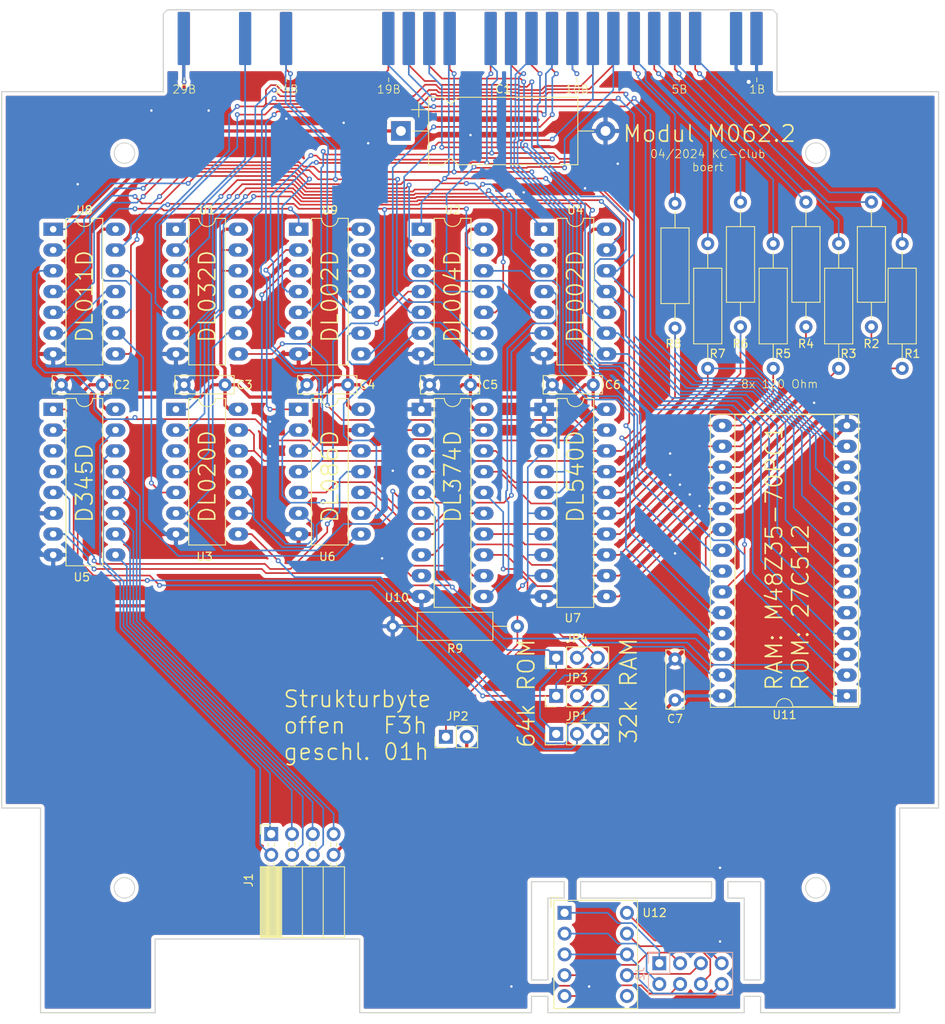
<source format=kicad_pcb>
(kicad_pcb (version 20240108) (generator "pcbnew") (generator_version "8.0")
  (title_block (title "M062.2") (date "14.4.24") (rev "1") (company "KC-Club") (comment 1 "boert"))
  (layers (0 "F.Cu" signal) (31 "B.Cu" signal) (34 "B.Paste" user) (35 "F.Paste" user) (36 "B.SilkS" user "B.Silkscreen") (37 "F.SilkS" user "F.Silkscreen") (38 "B.Mask" user) (39 "F.Mask" user) (44 "Edge.Cuts" user))
  (net 0 "")
  (net 1 "GND")
  (net 2 "+5V")
  (net 3 "/AD15")
  (net 4 "Net-(JP1-C)")
  (net 5 "Net-(JP2-A)")
  (net 6 "/AD14")
  (net 7 "/~{RAM_WR}")
  (net 8 "Net-(JP3-C)")
  (net 9 "Net-(JP4-C)")
  (net 10 "D7")
  (net 11 "Net-(X1-DB7)")
  (net 12 "Net-(X1-DB6)")
  (net 13 "D5")
  (net 14 "Net-(X1-DB5)")
  (net 15 "Net-(X1-DB4)")
  (net 16 "D4")
  (net 17 "Net-(X1-DB3)")
  (net 18 "D3")
  (net 19 "Net-(X1-DB2)")
  (net 20 "D2")
  (net 21 "Net-(X1-DB1)")
  (net 22 "D1")
  (net 23 "Net-(X1-DB0)")
  (net 24 "D0")
  (net 25 "~{IORQ}")
  (net 27 "Net-(U1C-A3)")
  (net 28 "~{MAD}")
  (net 29 "Net-(U1A-Y1)")
  (net 30 "/~{STRUCT}")
  (net 31 "A1")
  (net 32 "~{RD}")
  (net 33 "A0")
  (net 34 "Net-(U1B-Y2)")
  (net 35 "Net-(U2E-Y5)")
  (net 36 "Net-(U2A-Y1)")
  (net 37 "Net-(U2C-Y3)")
  (net 38 "A15")
  (net 39 "Net-(U2B-Y2)")
  (net 40 "MEI")
  (net 41 "~{WR}")
  (net 42 "A6")
  (net 43 "~{MREQ}")
  (net 44 "Net-(U2D-Y4)")
  (net 45 "Net-(U2F-A6)")
  (net 46 "/~{CS}")
  (net 47 "/ctrl1")
  (net 48 "Net-(U3A-B1)")
  (net 50 "Net-(U3A-A1)")
  (net 51 "Net-(U3A-D1)")
  (net 52 "Net-(U3A-C1)")
  (net 54 "A5")
  (net 55 "/Latch")
  (net 56 "A3")
  (net 57 "A2")
  (net 58 "A4")
  (net 59 "/SEG_on")
  (net 60 "/AD13")
  (net 63 "/ctrl6")
  (net 64 "/ctrl5")
  (net 65 "/ctrl0")
  (net 66 "Net-(U6A-Y1)")
  (net 67 "/ctrl7")
  (net 68 "Net-(U6B-Y2)")
  (net 69 "A13")
  (net 70 "Net-(U6C-Y3)")
  (net 71 "A14")
  (net 72 "D6")
  (net 73 "Net-(U8B-Y2)")
  (net 74 "Net-(U8C-B3)")
  (net 75 "Net-(U8A-C1)")
  (net 76 "A7")
  (net 77 "MEO")
  (net 78 "A8")
  (net 79 "A9")
  (net 81 "A12")
  (net 82 "A11")
  (net 83 "A10")
  (net 84 "IEI-IEO")
  (net 85 "/fo")
  (net 86 "/do")
  (net 87 "/bo")
  (net 88 "/go")
  (net 89 "/co")
  (net 90 "/ao")
  (net 91 "/eo")
  (net 92 "Net-(J2-Pin_8)")
  (net 93 "/bi")
  (net 94 "/fi")
  (net 95 "/ci")
  (net 96 "/ei")
  (net 97 "/gi")
  (net 98 "/di")
  (net 99 "/ai")
  (footprint "Package_DIP:DIP-14_W7.62mm_LongPads" (layer "F.Cu") (at 116 68)
    (property "Reference" "U1")
    (property "Value" "DL032D")
  )
  (footprint "Resistor_THT:R_Axial_DIN0309_L9.0mm_D3.2mm_P15.24mm_Horizontal" (layer "F.Cu") (at 185 64.68 -90)
    (property "Reference" "R6")
    (property "Value" "120")
  )
  (footprint "Package_DIP:DIP-16_W7.62mm_LongPads" (layer "F.Cu") (at 101 90)
    (property "Reference" "U5")
    (property "Value" "D345D")
  )
  (footprint "Resistor_THT:R_Axial_DIN0309_L9.0mm_D3.2mm_P15.24mm_Horizontal" (layer "F.Cu") (at 197 85 90)
    (property "Reference" "R3")
    (property "Value" "120")
  )
  (footprint "Capacitor_THT:CP_Axial_L18.0mm_D8.0mm_P25.00mm_Horizontal" (layer "F.Cu") (at 143.5 56)
    (property "Reference" "C1")
    (property "Value" "22µF")
  )
  (footprint "pcb_kicad:KC85_Modul_M062" (layer "F.Cu") (at 114.46 51.2)
    (property "Reference" "X1" (hide yes))
    (property "Value" "KC85_Modulsteckverbinder_M062" (hide yes))
    (fp_line (start -19.75 0) (end -19.75 87.5) (stroke (width 0.15)) (layer "Edge.Cuts"))
    (fp_line (start -15 87.5) (end -19.75 87.5) (stroke (width 0.15)) (layer "Edge.Cuts"))
    (fp_line (start -15 87.5) (end -15 112.5) (stroke (width 0.15)) (layer "Edge.Cuts"))
    (fp_line (start -1 103.5) (end -1 112.5) (stroke (width 0.15)) (layer "Edge.Cuts"))
    (fp_line (start -1 103.5) (end 24 103.5) (stroke (width 0.15)) (layer "Edge.Cuts"))
    (fp_line (start -1 112.5) (end -15 112.5) (stroke (width 0.15)) (layer "Edge.Cuts"))
    (fp_line (start 0 -9.5) (end 0.5 -10) (stroke (width 0.15)) (layer "Edge.Cuts"))
    (fp_line (start 0 0) (end -19.75 0) (stroke (width 0.15)) (layer "Edge.Cuts"))
    (fp_line (start 0 0) (end 0 -9.5) (stroke (width 0.15)) (layer "Edge.Cuts"))
    (fp_line (start 0.5 -10) (end 74.5 -10) (stroke (width 0.15)) (layer "Edge.Cuts"))
    (fp_line (start 24 103.5) (end 24 112.5) (stroke (width 0.15)) (layer "Edge.Cuts"))
    (fp_line (start 45 96.5) (end 45 108.5) (stroke (width 0.15)) (layer "Edge.Cuts"))
    (fp_line (start 45 108.5) (end 47 108.5) (stroke (width 0.15)) (layer "Edge.Cuts"))
    (fp_line (start 45 110.5) (end 45 112.5) (stroke (width 0.15)) (layer "Edge.Cuts"))
    (fp_line (start 45 110.5) (end 47 110.5) (stroke (width 0.15)) (layer "Edge.Cuts"))
    (fp_line (start 45 112.5) (end 24 112.5) (stroke (width 0.15)) (layer "Edge.Cuts"))
    (fp_line (start 47 98.5) (end 47 108.5) (stroke (width 0.15)) (layer "Edge.Cuts"))
    (fp_line (start 47 110.5) (end 47 112.5) (stroke (width 0.15)) (layer "Edge.Cuts"))
    (fp_line (start 49 96.5) (end 45 96.5) (stroke (width 0.15)) (layer "Edge.Cuts"))
    (fp_line (start 49 96.5) (end 49 98.5) (stroke (width 0.15)) (layer "Edge.Cuts"))
    (fp_line (start 49 98.5) (end 47 98.5) (stroke (width 0.15)) (layer "Edge.Cuts"))
    (fp_line (start 51 96.5) (end 51 98.5) (stroke (width 0.15)) (layer "Edge.Cuts"))
    (fp_line (start 51 96.5) (end 67 96.5) (stroke (width 0.15)) (layer "Edge.Cuts"))
    (fp_line (start 51 98.5) (end 67 98.5) (stroke (width 0.15)) (layer "Edge.Cuts"))
    (fp_line (start 67 98.5) (end 67 96.5) (stroke (width 0.15)) (layer "Edge.Cuts"))
    (fp_line (start 69 96.5) (end 73 96.5) (stroke (width 0.15)) (layer "Edge.Cuts"))
    (fp_line (start 69 98.5) (end 69 96.5) (stroke (width 0.15)) (layer "Edge.Cuts"))
    (fp_line (start 69 98.5) (end 71 98.5) (stroke (width 0.15)) (layer "Edge.Cuts"))
    (fp_line (start 71 98.5) (end 71 108.5) (stroke (width 0.15)) (layer "Edge.Cuts"))
    (fp_line (start 71 108.5) (end 73 108.5) (stroke (width 0.15)) (layer "Edge.Cuts"))
    (fp_line (start 71 110.5) (end 71 112.5) (stroke (width 0.15)) (layer "Edge.Cuts"))
    (fp_line (start 71 110.5) (end 73 110.5) (stroke (width 0.15)) (layer "Edge.Cuts"))
    (fp_line (start 71 112.5) (end 47 112.5) (stroke (width 0.15)) (layer "Edge.Cuts"))
    (fp_line (start 73 96.5) (end 73 108.5) (stroke (width 0.15)) (layer "Edge.Cuts"))
    (fp_line (start 73 110.5) (end 73 112.5) (stroke (width 0.15)) (layer "Edge.Cuts"))
    (fp_line (start 75 -9.5) (end 74.5 -10) (stroke (width 0.15)) (layer "Edge.Cuts"))
    (fp_line (start 75 -9.5) (end 75 0) (stroke (width 0.15)) (layer "Edge.Cuts"))
    (fp_line (start 75 0) (end 94.75 0) (stroke (width 0.15)) (layer "Edge.Cuts"))
    (fp_line (start 90 87.5) (end 90 112.5) (stroke (width 0.15)) (layer "Edge.Cuts"))
    (fp_line (start 90 112.5) (end 73 112.5) (stroke (width 0.15)) (layer "Edge.Cuts"))
    (fp_line (start 94.75 0) (end 94.75 87.5) (stroke (width 0.15)) (layer "Edge.Cuts"))
    (fp_line (start 94.75 87.5) (end 90 87.5) (stroke (width 0.15)) (layer "Edge.Cuts"))
    (fp_circle (center -4.75 7.5) (end -3.5 7.5) (stroke (width 0.12)) (fill none) (layer "Edge.Cuts"))
    (fp_circle (center -4.75 97.25) (end -3.5 97.25) (stroke (width 0.12)) (fill none) (layer "Edge.Cuts"))
    (fp_circle (center 79.75 7.5) (end 81 7.5) (stroke (width 0.12)) (fill none) (layer "Edge.Cuts"))
    (fp_circle (center 79.75 97.25) (end 81 97.25) (stroke (width 0.12)) (fill none) (layer "Edge.Cuts"))
  )
  (footprint "Resistor_THT:R_Axial_DIN0309_L9.0mm_D3.2mm_P15.24mm_Horizontal" (layer "F.Cu") (at 157.74 116.5 180)
    (property "Reference" "R9")
    (property "Value" "10k")
  )
  (footprint "Resistor_THT:R_Axial_DIN0309_L9.0mm_D3.2mm_P15.24mm_Horizontal" (layer "F.Cu") (at 181 85 90)
    (property "Reference" "R7")
    (property "Value" "120")
  )
  (footprint "Display_7Segment:Sx39-1xxxxx" (layer "F.Cu") (at 163.5 151.5)
    (property "Reference" "U12")
    (property "Value" "SA39-11GWA")
  )
  (footprint "Package_DIP:DIP-28_W15.24mm_Socket_LongPads" (layer "F.Cu") (at 198 125 180)
    (property "Reference" "U11")
    (property "Value" "U27512")
  )
  (footprint "Resistor_THT:R_Axial_DIN0309_L9.0mm_D3.2mm_P15.24mm_Horizontal" (layer "F.Cu") (at 204.76 85 90)
    (property "Reference" "R1")
    (property "Value" "120")
  )
  (footprint "Resistor_THT:R_Axial_DIN0309_L9.0mm_D3.2mm_P15.24mm_Horizontal" (layer "F.Cu") (at 201 64.68 -90)
    (property "Reference" "R2")
    (property "Value" "120")
  )
  (footprint "Package_DIP:DIP-14_W7.62mm_LongPads" (layer "F.Cu") (at 131 68)
    (property "Reference" "U9")
    (property "Value" "DL002D")
  )
  (footprint "Connector_PinHeader_2.54mm:PinHeader_1x03_P2.54mm_Vertical" (layer "F.Cu") (at 162.475 120.35 90)
    (property "Reference" "JP4")
    (property "Value" "Pin1")
  )
  (footprint "Package_DIP:DIP-14_W7.62mm_LongPads" (layer "F.Cu") (at 146 68)
    (property "Reference" "U2")
    (property "Value" "DL004D")
  )
  (footprint "Capacitor_THT:C_Rect_L7.0mm_W2.0mm_P5.00mm" (layer "F.Cu") (at 177 125.5 90)
    (property "Reference" "C7")
    (property "Value" "100n")
  )
  (footprint "Package_DIP:DIP-14_W7.62mm_LongPads" (layer "F.Cu") (at 116 90)
    (property "Reference" "U3")
    (property "Value" "DL020D")
  )
  (footprint "Connector_PinHeader_2.54mm:PinHeader_1x02_P2.54mm_Vertical" (layer "F.Cu") (at 149 130 90)
    (property "Reference" "JP2")
    (property "Value" "F3h/01h")
  )
  (footprint "Capacitor_THT:C_Rect_L7.0mm_W2.0mm_P5.00mm" (layer "F.Cu") (at 152 87 180)
    (property "Reference" "C5")
    (property "Value" "100n")
  )
  (footprint "Connector_PinSocket_2.54mm:PinSocket_2x04_P2.54mm_Horizontal" (layer "F.Cu") (at 127.65 141.875 90)
    (property "Reference" "J1")
    (property "Value" "7-Segment (out)")
  )
  (footprint "Resistor_THT:R_Axial_DIN0309_L9.0mm_D3.2mm_P15.24mm_Horizontal" (layer "F.Cu") (at 193 64.68 -90)
    (property "Reference" "R4")
    (property "Value" "120")
  )
  (footprint "Capacitor_THT:C_Rect_L7.0mm_W2.0mm_P5.00mm" (layer "F.Cu") (at 107 87 180)
    (property "Reference" "C2")
    (property "Value" "100n")
  )
  (footprint "Package_DIP:DIP-14_W7.62mm_LongPads" (layer "F.Cu") (at 101 68)
    (property "Reference" "U8")
    (property "Value" "DL011D")
  )
  (footprint "Resistor_THT:R_Axial_DIN0309_L9.0mm_D3.2mm_P15.24mm_Horizontal" (layer "F.Cu") (at 177 64.84 -90)
    (property "Reference" "R8")
    (property "Value" "120")
  )
  (footprint "Package_DIP:DIP-20_W7.62mm_LongPads" (layer "F.Cu") (at 161 90)
    (property "Reference" "U7")
    (property "Value" "DL540D")
  )
  (footprint "Resistor_THT:R_Axial_DIN0309_L9.0mm_D3.2mm_P15.24mm_Horizontal" (layer "F.Cu") (at 189 85 90)
    (property "Reference" "R5")
    (property "Value" "120")
  )
  (footprint "Capacitor_THT:C_Rect_L7.0mm_W2.0mm_P5.00mm" (layer "F.Cu") (at 167 87 180)
    (property "Reference" "C6")
    (property "Value" "100n")
  )
  (footprint "Capacitor_THT:C_Rect_L7.0mm_W2.0mm_P5.00mm" (layer "F.Cu") (at 122 87 180)
    (property "Reference" "C3")
    (property "Value" "100n")
  )
  (footprint "Package_DIP:DIP-14_W7.62mm_LongPads" (layer "F.Cu") (at 161 68)
    (property "Reference" "U4")
    (property "Value" "DL002D")
  )
  (footprint "Capacitor_THT:C_Rect_L7.0mm_W2.0mm_P5.00mm" (layer "F.Cu") (at 137 87 180)
    (property "Reference" "C4")
    (property "Value" "100n")
  )
  (footprint "Package_DIP:DIP-20_W7.62mm_LongPads" (layer "F.Cu") (at 146 90)
    (property "Reference" "U10")
    (property "Value" "DL374D")
  )
  (footprint "Connector_PinHeader_2.54mm:PinHeader_1x03_P2.54mm_Vertical" (layer "F.Cu") (at 162.475 129.65 90)
    (property "Reference" "JP1")
    (property "Value" "0-7/0-3")
  )
  (footprint "Connector_PinHeader_2.54mm:PinHeader_1x03_P2.54mm_Vertical" (layer "F.Cu") (at 162.475 125 90)
    (property "Reference" "JP3")
    (property "Value" "Pin27")
  )
  (footprint "Package_DIP:DIP-14_W7.62mm_LongPads" (layer "F.Cu") (at 131 90)
    (property "Reference" "U6")
    (property "Value" "DL086D")
  )
  (footprint "Connector_PinHeader_2.54mm:PinHeader_2x04_P2.54mm_Vertical" (layer "B.Cu") (at 175.08 157.66 -90)
    (property "Reference" "J2")
    (property "Value" "7-Segment (in)")
  )
  (gr_line (start 177.5 49.5) (end 177.5 50) (stroke (width 0.1)) (layer "F.SilkS"))
  (gr_line (start 129.5 49.5) (end 129.5 50) (stroke (width 0.1)) (layer "F.SilkS"))
  (gr_line (start 187 49.5) (end 187 50) (stroke (width 0.1)) (layer "F.SilkS"))
  (gr_line (start 117 49.5) (end 117 50) (stroke (width 0.1)) (layer "F.SilkS"))
  (gr_line (start 165 49.5) (end 165 50) (stroke (width 0.1)) (layer "F.SilkS"))
  (gr_line (start 142 49.5) (end 142 50) (stroke (width 0.1)) (layer "F.SilkS"))
  (gr_text "DL011D" (at 106 82 90) (layer "F.SilkS") (effects (font (size 2 2) (thickness 0.2)) (justify left bottom)))
  (gr_text "DL002D" (at 166 82 90) (layer "F.SilkS") (effects (font (size 2 2) (thickness 0.2)) (justify left bottom)))
  (gr_text "32k RAM" (at 172.5 131 90) (layer "F.SilkS") (effects (font (size 2 2) (thickness 0.2)) (justify left bottom)))
  (gr_text "DL002D" (at 136 82 90) (layer "F.SilkS") (effects (font (size 2 2) (thickness 0.2)) (justify left bottom)))
  (gr_text "10B" (at 163.5 51.5 0) (layer "F.SilkS") (effects (font (size 1 1) (thickness 0.1)) (justify left bottom)))
  (gr_text "8x 120 Ohm" (at 185 87.5 0) (layer "F.SilkS") (effects (font (size 1 1) (thickness 0.1)) (justify left bottom)))
  (gr_text "DL374D" (at 151 104 90) (layer "F.SilkS") (effects (font (size 2 2) (thickness 0.2)) (justify left bottom)))
  (gr_text "5B" (at 176.5 51.5 0) (layer "F.SilkS") (effects (font (size 1 1) (thickness 0.1)) (justify left bottom)))
  (gr_text "Strukturbyte\noffen   F3h\ngeschl. 01h" (at 129 133 0) (layer "F.SilkS") (effects (font (size 2 2) (thickness 0.2)) (justify left bottom)))
  (gr_text "D345D" (at 106 104 90) (layer "F.SilkS") (effects (font (size 2 2) (thickness 0.2)) (justify left bottom)))
  (gr_text "29B" (at 115.5 51.5 0) (layer "F.SilkS") (effects (font (size 1 1) (thickness 0.1)) (justify left bottom)))
  (gr_text "24B" (at 128 51.5 0) (layer "F.SilkS") (effects (font (size 1 1) (thickness 0.1)) (justify left bottom)))
  (gr_text "04/2024 KC-Club\nboert" (at 181 61 0) (layer "F.SilkS") (effects (font (size 1 1) (thickness 0.1)) (justify bottom)))
  (gr_text "DL004D" (at 151 82 90) (layer "F.SilkS") (effects (font (size 2 2) (thickness 0.2)) (justify left bottom)))
  (gr_text "DL540D" (at 166 104 90) (layer "F.SilkS") (effects (font (size 2 2) (thickness 0.2)) (justify left bottom)))
  (gr_text "RAM: M48Z35-70PC1\nROM: 27C512" (at 193.5 124.5 90) (layer "F.SilkS") (effects (font (size 2 2) (thickness 0.2)) (justify left bottom)))
  (gr_text "19B" (at 140.5 51.5 0) (layer "F.SilkS") (effects (font (size 1 1) (thickness 0.1)) (justify left bottom)))
  (gr_text "DL032D" (at 121 82 90) (layer "F.SilkS") (effects (font (size 2 2) (thickness 0.2)) (justify left bottom)))
  (gr_text "DL020D" (at 121 104 90) (layer "F.SilkS") (effects (font (size 2 2) (thickness 0.2)) (justify left bottom)))
  (gr_text "64k ROM" (at 160 131.5 90) (layer "F.SilkS") (effects (font (size 2 2) (thickness 0.2)) (justify left bottom)))
  (gr_text "DL086D" (at 136 104 90) (layer "F.SilkS") (effects (font (size 2 2) (thickness 0.2)) (justify left bottom)))
  (gr_text "1B" (at 186 51.5 0) (layer "F.SilkS") (effects (font (size 1 1) (thickness 0.1)) (justify left bottom)))
  (gr_text "Modul M062.2" (at 170.5 57.5 0) (layer "F.SilkS") (effects (font (size 2 2) (thickness 0.2)) (justify left bottom)))
  (segment (start 147 87) (end 148 86) (width 0.4) (layer "F.Cu") (net 1))
  (segment (start 110 66.4) (end 118 66.4) (width 0.4) (layer "F.Cu") (net 1))
  (segment (start 161 56.5) (end 161.5 56) (width 0.4) (layer "F.Cu") (net 1))
  (segment (start 117.76 83.24) (end 118 83) (width 0.4) (layer "F.Cu") (net 1))
  (segment (start 103 71) (end 103 83) (width 0.4) (layer "F.Cu") (net 1))
  (segment (start 141 116.5) (end 137.5 113) (width 0.4) (layer "F.Cu") (net 1))
  (segment (start 146 83.24) (end 147.76 83.24) (width 0.4) (layer "F.Cu") (net 1))
  (segment (start 116 83.24) (end 117.76 83.24) (width 0.4) (layer "F.Cu") (net 1))
  (segment (start 186.96 49.04) (end 186 50) (width 0.4) (layer "F.Cu") (net 1))
  (segment (start 104.5 113) (end 101 109.5) (width 0.4) (layer "F.Cu") (net 1))
  (segment (start 162 160.5) (end 162.09 160.41) (width 0.2) (layer "F.Cu") (net 1))
  (segment (start 148 86) (end 148 83) (width 0.4) (layer "F.Cu") (net 1))
  (segment (start 161.5 56) (end 180 56) (width 0.4) (layer "F.Cu") (net 1))
  (segment (start 118 86) (end 118 83) (width 0.4) (layer "F.Cu") (net 1))
  (segment (start 148 83) (end 148 66.4) (width 0.4) (layer "F.Cu") (net 1))
  (segment (start 132.76 83.24) (end 133 83) (width 0.4) (layer "F.Cu") (net 1))
  (segment (start 178.5 122) (end 177 120.5) (width 0.4) (layer "F.Cu") (net 1))
  (segment (start 162.4 66.4) (end 163 67) (width 0.4) (layer "F.Cu") (net 1))
  (segment (start 118 66.4) (end 133 66.4) (width 0.4) (layer "F.Cu") (net 1))
  (segment (start 101 83.24) (end 102.76 83.24) (width 0.4) (layer "F.Cu") (net 1))
  (segment (start 147 56.5) (end 152 56.5) (width 0.4) (layer "F.Cu") (net 1))
  (segment (start 142.5 116.5) (end 141 116.5) (width 0.4) (layer "F.Cu") (net 1))
  (segment (start 140 58) (end 145.5 58) (width 0.4) (layer "F.Cu") (net 1))
  (segment (start 116 57.5) (end 115.75 57.75) (width 0.4) (layer "F.Cu") (net 1))
  (segment (start 110 66.4) (end 107.6 66.4) (width 0.4) (layer "F.Cu") (net 1))
  (segment (start 107.6 66.4) (end 103 71) (width 0.4) (layer "F.Cu") (net 1))
  (segment (start 162.09 160.41) (end 166.41 160.41) (width 0.2) (layer "F.Cu") (net 1))
  (segment (start 111.3 62.2) (end 115.75 57.75) (width 0.4) (layer "F.Cu") (net 1))
  (segment (start 103 86) (end 102 87) (width 0.4) (layer "F.Cu") (net 1))
  (segment (start 161 83.24) (end 162.76 83.24) (width 0.4) (layer "F.Cu") (net 1))
  (segment (start 178.5 124) (end 178.5 122) (width 0.4) (layer "F.Cu") (net 1))
  (segment (start 110 63.5) (end 110 66.4) (width 0.4) (layer "F.Cu") (net 1))
  (segment (start 163 67) (end 163 83) (width 0.4) (layer "F.Cu") (net 1))
  (segment (start 145.5 58) (end 147 56.5) (width 0.4) (layer "F.Cu") (net 1))
  (segment (start 133 66.4) (end 133.099997 66.499997) (width 0.4) (layer "F.Cu") (net 1))
  (segment (start 133 83) (end 133 66.4) (width 0.4) (layer "F.Cu") (net 1))
  (segment (start 139.5 57.5) (end 140 58) (width 0.4) (layer "F.Cu") (net 1))
  (segment (start 147.900003 66.499997) (end 148 66.4) (width 0.4) (layer "F.Cu") (net 1))
  (segment (start 102.76 83.24) (end 103 83) (width 0.4) (layer "F.Cu") (net 1))
  (segment (start 117 87) (end 118 86) (width 0.4) (layer "F.Cu") (net 1))
  (segment (start 186.5 124.5) (end 184 127) (width 0.4) (layer "F.Cu") (net 1))
  (segment (start 157 160.5) (end 162 160.5) (width 0.2) (layer "F.Cu") (net 1))
  (segment (start 111.3 62.2) (end 110 63.5) (width 0.4) (layer "F.Cu") (net 1))
  (segment (start 101 109.5) (end 101 107.78) (width 0.4) (layer "F.Cu") (net 1))
  (segment (start 103 83) (end 103 86) (width 0.4) (layer "F.Cu") (net 1))
  (segment (start 186.96 44.7) (end 186.96 49.04) (width 0.4) (layer "F.Cu") (net 1))
  (segment (start 147.76 83.24) (end 148 83) (width 0.4) (layer "F.Cu") (net 1))
  (segment (start 180 56) (end 186 50) (width 0.4) (layer "F.Cu") (net 1))
  (segment (start 139.5 57.5) (end 116 57.5) (width 0.4) (layer "F.Cu") (net 1))
  (segment (start 186.5 103.48) (end 186.5 124.5) (width 0.4) (layer "F.Cu") (net 1))
  (segment (start 152 56.5) (end 161 56.5) (width 0.4) (layer "F.Cu") (net 1))
  (segment (start 133 86) (end 133 83) (width 0.4) (layer "F.Cu") (net 1))
  (segment (start 132 87) (end 133 86) (width 0.4) (layer "F.Cu") (net 1))
  (segment (start 133.099997 66.499997) (end 147.900003 66.499997) (width 0.4) (layer "F.Cu") (net 1))
  (segment (start 131 83.24) (end 132.76 83.24) (width 0.4) (layer "F.Cu") (net 1))
  (segment (start 163 86) (end 162 87) (width 0.4) (layer "F.Cu") (net 1))
  (segment (start 181.5 127) (end 178.5 124) (width 0.4) (layer "F.Cu") (net 1))
  (segment (start 184 127) (end 181.5 127) (width 0.4) (layer "F.Cu") (net 1))
  (segment (start 198 91.98) (end 186.5 103.48) (width 0.4) (layer "F.Cu") (net 1))
  (segment (start 148 66.4) (end 162.4 66.4) (width 0.4) (layer "F.Cu") (net 1))
  (segment (start 163 83) (end 163 86) (width 0.4) (layer "F.Cu") (net 1))
  (segment (start 118 83) (end 118 66.4) (width 0.4) (layer "F.Cu") (net 1))
  (segment (start 137.5 113) (end 104.5 113) (width 0.4) (layer "F.Cu") (net 1))
  (segment (start 162.76 83.24) (end 163 83) (width 0.4) (layer "F.Cu") (net 1))
  (segment (start 166.41 160.41) (end 166.5 160.5) (width 0.2) (layer "F.Cu") (net 1))
  (via (at 142.5 97.5) (size 0.6) (drill 0.3) (layers "F.Cu" "B.Cu") (net 1))
  (via (at 149.8 99.4) (size 0.6) (drill 0.3) (layers "F.Cu" "B.Cu") (net 1))
  (via (at 127.5 94.5) (size 0.6) (drill 0.3) (layers "F.Cu" "B.Cu") (net 1))
  (via (at 180 101.8) (size 0.6) (drill 0.3) (layers "F.Cu" "B.Cu") (net 1))
  (via (at 129.5 54.5) (size 0.6) (drill 0.3) (layers "F.Cu" "B.Cu") (net 1))
  (via (at 177.6 99.2) (size 0.6) (drill 0.3) (layers "F.Cu" "B.Cu") (net 1))
  (via (at 152 56.5) (size 0.6) (drill 0.3) (layers "F.Cu" "B.Cu") (net 1))
  (via (at 104 62.5) (size 0.6) (drill 0.3) (layers "F.Cu" "B.Cu") (net 1))
  (via (at 186 50) (size 0.8) (drill 0.5) (layers "F.Cu" "B.Cu") (net 1))
  (via (at 136.5 55) (size 0.6) (drill 0.3) (layers "F.Cu" "B.Cu") (net 1))
  (via (at 113 53.5) (size 0.6) (drill 0.3) (layers "F.Cu" "B.Cu") (net 1))
  (via (at 176.4 98) (size 0.6) (drill 0.3) (layers "F.Cu" "B.Cu") (net 1))
  (via (at 194 89.2) (size 0.6) (drill 0.3) (layers "F.Cu" "B.Cu") (net 1))
  (via (at 157 160.5) (size 0.6) (drill 0.3) (layers "F.Cu" "B.Cu") (net 1))
  (via (at 127.5 91.5) (size 0.6) (drill 0.3) (layers "F.Cu" "B.Cu") (net 1))
  (via (at 158.5 63.5) (size 0.6) (drill 0.3) (layers "F.Cu" "B.Cu") (net 1))
  (via (at 105 97.5) (size 0.6) (drill 0.3) (layers "F.Cu" "B.Cu") (net 1))
  (via (at 182.5 155) (size 0.6) (drill 0.3) (layers "F.Cu" "B.Cu") (net 1))
  (via (at 177 107.6) (size 0.6) (drill 0.3) (layers "F.Cu" "B.Cu") (net 1))
  (via (at 139.5 57.5) (size 0.6) (drill 0.3) (layers "F.Cu" "B.Cu") (net 1))
  (via (at 170 60) (size 0.6) (drill 0.3) (layers "F.Cu" "B.Cu") (net 1))
  (via (at 178.8 100.4) (size 0.6) (drill 0.3) (layers "F.Cu" "B.Cu") (net 1))
  (via (at 120 53.5) (size 0.6) (drill 0.3) (layers "F.Cu" "B.Cu") (net 1))
  (via (at 141.2 108.2) (size 0.6) (drill 0.3) (layers "F.Cu" "B.Cu") (net 1))
  (via (at 166.5 160.5) (size 0.6) (drill 0.3) (layers "F.Cu" "B.Cu") (net 1))
  (via (at 176.4 95.4) (size 0.6) (drill 0.3) (layers "F.Cu" "B.Cu") (net 1))
  (via (at 166 63) (size 0.6) (drill 0.3) (layers "F.Cu" "B.Cu") (net 1))
  (via (at 182.5 146) (size 0.6) (drill 0.3) (layers "F.Cu" "B.Cu") (net 1))
  (segment (start 161 112.86) (end 158.278975 112.86) (width 0.4) (layer "B.Cu") (net 1))
  (segment (start 161 90) (end 159 90) (width 0.2) (layer "B.Cu") (net 1))
  (segment (start 143.5 111.36863) (end 143.5 92.5) (width 0.4) (layer "B.Cu") (net 1))
  (segment (start 159 90) (end 159 92.5) (width 0.4) (layer "B.Cu") (net 1))
  (segment (start 116 105.24) (end 114.74 105.24) (width 0.4) (layer "B.Cu") (net 1))
  (segment (start 167.6 131.2) (end 168.3 131.2) (width 0.4) (layer "B.Cu") (net 1))
  (segment (start 129.5 88.1) (end 130.9 88.1) (width 0.4) (layer "B.Cu") (net 1))
  (segment (start 130.9 88.1) (end 132 87) (width 0.4) (layer "B.Cu") (net 1))
  (segment (start 138.62 92.54) (end 143.46 92.54) (width 0.2) (layer "B.Cu") (net 1))
  (segment (start 146 90) (end 143.5 90) (width 0.2) (layer "B.Cu") (net 1))
  (segment (start 115.8 88.2) (end 117 87) (width 0.4) (layer "B.Cu") (net 1))
  (segment (start 167.555 131.155) (end 167.6 131.2) (width 0.4) (layer "B.Cu") (net 1))
  (segment (start 162 87) (end 161 88) (width 0.4) (layer "B.Cu") (net 1))
  (segment (start 184.46 44.7) (end 184.46 48.46) (width 0.4) (layer "B.Cu") (net 1))
  (segment (start 99.2 102.7) (end 99 102.5) (width 0.4) (layer "B.Cu") (net 1))
  (segment (start 144.99137 112.86) (end 143.5 111.36863) (width 0.4) (layer "B.Cu") (net 1))
  (segment (start 186.96 44.7) (end 186.96 49.04) (width 0.4) (layer "B.Cu") (net 1))
  (segment (start 114 104.5) (end 114 88.6) (width 0.4) (layer "B.Cu") (net 1))
  (segment (start 143.9 88.1) (end 145.9 88.1) (width 0.4) (layer "B.Cu") (net 1))
  (segment (start 159 95.848528) (end 158.1 96.748528) (width 0.4) (layer "B.Cu") (net 1))
  (segment (start 99 102.5) (end 99 88.6) (width 0.4) (layer "B.Cu") (net 1))
  (segment (start 157.353797 111.106394) (end 157.353797 111.934822) (width 0.4) (layer "B.Cu") (net 1))
  (segment (start 114.74 105.24) (end 114 104.5) (width 0.4) (layer "B.Cu") (net 1))
  (segment (start 161 88) (end 159 88) (width 0.4) (layer "B.Cu") (net 1))
  (segment (start 157.459487 112.040513) (end 157.459487 112.040512) (width 0.4) (layer "B.Cu") (net 1))
  (segment (start 101 107.78) (end 99.78 107.78) (width 0.4) (layer "B.Cu") (net 1))
  (segment (start 167.555 129.65) (end 167.555 131.155) (width 0.4) (layer "B.Cu") (net 1))
  (segment (start 184.46 48.46) (end 186 50) (width 0.4) (layer "B.Cu") (net 1))
  (segment (start 114 88.6) (end 114.4 88.2) (width 0.4) (layer "B.Cu") (net 1))
  (segment (start 182.5 146) (end 182.5 155) (width 0.4) (layer "B.Cu") (net 1))
  (segment (start 159.04 92.54) (end 159 92.5) (width 0.4) (layer "B.Cu") (net 1))
  (segment (start 99 107) (end 99 102.5) (width 0.4) (layer "B.Cu") (net 1))
  (segment (start 143.5 92.5) (end 143.5 90) (width 0.4) (layer "B.Cu") (net 1))
  (segment (start 128.4 89.2) (end 129.5 88.1) (width 0.4) (layer "B.Cu") (net 1))
  (segment (start 168.5 131) (end 167 132.5) (width 0.4) (layer "B.Cu") (net 1))
  (segment (start 158.1 96.748528) (end 158.1 110.360191) (width 0.4) (layer "B.Cu") (net 1))
  (segment (start 167 132.5) (end 157 132.5) (width 0.4) (layer "B.Cu") (net 1))
  (segment (start 172.5 127) (end 168.5 131) (width 0.4) (layer "B.Cu") (net 1))
  (segment (start 161 92.54) (end 159.04 92.54) (width 0.2) (layer "B.Cu") (net 1))
  (segment (start 157 132.5) (end 142.5 118) (width 0.4) (layer "B.Cu") (net 1))
  (segment (start 157.353797 111.934822) (end 157.459487 112.040513) (width 0.4) (layer "B.Cu") (net 1))
  (segment (start 159 88) (end 159 90) (width 0.4) (layer "B.Cu") (net 1))
  (segment (start 172.5 125) (end 172.5 127) (width 0.4) (layer "B.Cu") (net 1))
  (segment (start 114.4 88.2) (end 115.8 88.2) (width 0.4) (layer "B.Cu") (net 1))
  (segment (start 99.78 107.78) (end 99 107) (width 0.4) (layer "B.Cu") (net 1))
  (segment (start 131 105.24) (end 129.44 105.24) (width 0.4) (layer "B.Cu") (net 1))
  (segment (start 128.4 104.2) (end 128.4 89.2) (width 0.4) (layer "B.Cu") (net 1))
  (segment (start 101 102.7) (end 99.2 102.7) (width 0.4) (layer "B.Cu") (net 1))
  (segment (start 100.9 88.1) (end 102 87) (width 0.4) (layer "B.Cu") (net 1))
  (segment (start 158.278975 112.86) (end 157.459487 112.040513) (width 0.4) (layer "B.Cu") (net 1))
  (segment (start 143.5 88.5) (end 143.9 88.1) (width 0.4) (layer "B.Cu") (net 1))
  (segment (start 143.5 90) (end 143.5 88.5) (width 0.4) (layer "B.Cu") (net 1))
  (segment (start 177 120.5) (end 172.5 125) (width 0.4) (layer "B.Cu") (net 1))
  (segment (start 168.3 131.2) (end 168.5 131) (width 0.4) (layer "B.Cu") (net 1))
  (segment (start 143.46 92.54) (end 143.5 92.5) (width 0.4) (layer "B.Cu") (net 1))
  (segment (start 145.9 88.1) (end 147 87) (width 0.4) (layer "B.Cu") (net 1))
  (segment (start 129.44 105.24) (end 128.4 104.2) (width 0.4) (layer "B.Cu") (net 1))
  (segment (start 142.5 118) (end 142.5 116.5) (width 0.4) (layer "B.Cu") (net 1))
  (segment (start 99 88.6) (end 99.5 88.1) (width 0.4) (layer "B.Cu") (net 1))
  (segment (start 158.1 110.360191) (end 157.353797 111.106394) (width 0.4) (layer "B.Cu") (net 1))
  (segment (start 99.5 88.1) (end 100.9 88.1) (width 0.4) (layer "B.Cu") (net 1))
  (segment (start 159 92.5) (end 159 95.848528) (width 0.4) (layer "B.Cu") (net 1))
  (segment (start 146 112.86) (end 144.99137 112.86) (width 0.4) (layer "B.Cu") (net 1))
  (segment (start 186.96 49.04) (end 186 50) (width 0.4) (layer "B.Cu") (net 1))
  (segment (start 166.5 84.5) (end 166.5 68.5) (width 0.4) (layer "F.Cu") (net 2))
  (segment (start 116.96 44.7) (end 116.96 49.96) (width 0.4) (layer "F.Cu") (net 2))
  (segment (start 125 88.5) (end 134 88.5) (width 0.4) (layer "F.Cu") (net 2))
  (segment (start 123.62 68) (end 122 68) (width 0.4) (layer "F.Cu") (net 2))
  (segment (start 167 89.5) (end 167.5 90) (width 0.4) (layer "F.Cu") (net 2))
  (segment (start 138.5 87) (end 140 88.5) (width 0.4) (layer "F.Cu") (net 2))
  (segment (start 137.5 90) (end 137 89.5) (width 0.4) (layer "F.Cu") (net 2))
  (segment (start 136.58 73.08) (end 136.5 73) (width 0.4) (layer "F.Cu") (net 2))
  (segment (start 122.5 90) (end 122 89.5) (width 0.4) (layer "F.Cu") (net 2))
  (segment (start 108.62 90) (end 107.5 90) (width 0.4) (layer "F.Cu") (net 2))
  (segment (start 170 132.5) (end 151.5 132.5) (width 0.4) (layer "F.Cu") (net 2))
  (segment (start 117 56) (end 117 55) (width 0.4) (layer "F.Cu") (net 2))
  (segment (start 137 87) (end 137 85) (width 0.4) (layer "F.Cu") (net 2))
  (segment (start 106.5 84.5) (end 106.5 68.5) (width 0.4) (layer "F.Cu") (net 2))
  (segment (start 164.5 88.5) (end 166 87) (width 0.4) (layer "F.Cu") (net 2))
  (segment (start 146.5 127) (end 133.5 114) (width 0.4) (layer "F.Cu") (net 2))
  (segment (start 105.5 66.5) (end 116 56) (width 0.4) (layer "F.Cu") (net 2))
  (segment (start 97.5 107) (end 104.5 114) (width 0.4) (layer "F.Cu") (net 2))
  (segment (start 151 87) (end 152 87) (width 0.4) (layer "F.Cu") (net 2))
  (segment (start 117 55) (end 117 50) (width 0.4) (layer "F.Cu") (net 2))
  (segment (start 152.5 90) (end 152 89.5) (width 0.4) (layer "F.Cu") (net 2))
  (segment (start 137 89.5) (end 137 87) (width 0.4) (layer "F.Cu") (net 2))
  (segment (start 107 85) (end 106.5 84.5) (width 0.4) (layer "F.Cu") (net 2))
  (segment (start 167 68) (end 168.62 68) (width 0.4) (layer "F.Cu") (net 2))
  (segment (start 97.5 88.5) (end 97.5 107) (width 0.4) (layer "F.Cu") (net 2))
  (segment (start 167 85) (end 166.5 84.5) (width 0.4) (layer "F.Cu") (net 2))
  (segment (start 151.54 130) (end 151.54 132.46) (width 0.4) (layer "F.Cu") (net 2))
  (segment (start 107 87) (end 107 89.5) (width 0.4) (layer "F.Cu") (net 2))
  (segment (start 121.5 70.5) (end 121.5 73) (width 0.4) (layer "F.Cu") (net 2))
  (segment (start 99.5 66.5) (end 105.5 66.5) (width 0.4) (layer "F.Cu") (net 2))
  (segment (start 121.54 70.54) (end 121.5 70.5) (width 0.4) (layer "F.Cu") (net 2))
  (segment (start 107 87) (end 107 85) (width 0.4) (layer "F.Cu") (net 2))
  (segment (start 122 89.5) (end 122 87) (width 0.4) (layer "F.Cu") (net 2))
  (segment (start 167.5 90) (end 168.62 90) (width 0.4) (layer "F.Cu") (net 2))
  (segment (start 136.5 84.5) (end 136.5 75.5) (width 0.4) (layer "F.Cu") (net 2))
  (segment (start 122 87) (end 122 85) (width 0.4) (layer "F.Cu") (net 2))
  (segment (start 135.5 87) (end 137 87) (width 0.4) (layer "F.Cu") (net 2))
  (segment (start 152 85) (end 151.5 84.5) (width 0.4) (layer "F.Cu") (net 2))
  (segment (start 120.5 87) (end 119 88.5) (width 0.4) (layer "F.Cu") (net 2))
  (segment (start 146.5 133.185) (end 146.5 127) (width 0.4) (layer "F.Cu") (net 2))
  (segment (start 137 85) (end 136.5 84.5) (width 0.4) (layer "F.Cu") (net 2))
  (segment (start 151.5 68.5) (end 152 68) (width 0.4) (layer "F.Cu") (net 2))
  (segment (start 97.5 68.5) (end 99.5 66.5) (width 0.4) (layer "F.Cu") (net 2))
  (segment (start 135.27 144.415) (end 146.5 133.185) (width 0.4) (layer "F.Cu") (net 2))
  (segment (start 121.5 68.5) (end 121.5 70.5) (width 0.4) (layer "F.Cu") (net 2))
  (segment (start 152 87) (end 153 87) (width 0.4) (layer "F.Cu") (net 2))
  (segment (start 107.5 90) (end 107 89.5) (width 0.4) (layer "F.Cu") (net 2))
  (segment (start 138.62 73.08) (end 136.58 73.08) (width 0.2) (layer "F.Cu") (net 2))
  (segment (start 107 87) (end 108.5 87) (width 0.4) (layer "F.Cu") (net 2))
  (segment (start 152 87) (end 152 85) (width 0.4) (layer "F.Cu") (net 2))
  (segment (start 122 87) (end 120.5 87) (width 0.4) (layer "F.Cu") (net 2))
  (segment (start 133.5 114) (end 117.5 114) (width 0.4) (layer "F.Cu") (net 2))
  (segment (start 152 89.5) (end 152 87) (width 0.4) (layer "F.Cu") (net 2))
  (segment (start 151.5 84.5) (end 151.5 68.5) (width 0.4) (layer "F.Cu") (net 2))
  (segment (start 153 87) (end 154.5 88.5) (width 0.4) (layer "F.Cu") (net 2))
  (segment (start 119 88.5) (end 110 88.5) (width 0.4) (layer "F.Cu") (net 2))
  (segment (start 107 87) (end 105.5 87) (width 0.4) (layer "F.Cu") (net 2))
  (segment (start 104.5 114) (end 117.5 114) (width 0.4) (layer "F.Cu") (net 2))
  (segment (start 121.58 73.08) (end 121.5 73) (width 0.4) (layer "F.Cu") (net 2))
  (segment (start 177 125.5) (end 170 132.5) (width 0.4) (layer "F.Cu") (net 2))
  (segment (start 138.62 75.62) (end 136.62 75.62) (width 0.2) (layer "F.Cu") (net 2))
  (segment (start 136.62 75.62) (end 136.5 75.5) (width 0.4) (layer "F.Cu") (net 2))
  (segment (start 107 68) (end 108.62 68) (width 0.4) (layer "F.Cu") (net 2))
  (segment (start 123.62 90) (end 122.5 90) (width 0.4) (layer "F.Cu") (net 2))
  (segment (start 136.5 75.5) (end 136.5 73) (width 0.4) (layer "F.Cu") (net 2))
  (segment (start 151.54 132.46) (end 151.5 132.5) (width 0.4) (layer "F.Cu") (net 2))
  (segment (start 108.5 87) (end 110 88.5) (width 0.4) (layer "F.Cu") (net 2))
  (segment (start 166 87) (end 167 87) (width 0.4) (layer "F.Cu") (net 2))
  (segment (start 121.5 73) (end 121.5 84.5) (width 0.4) (layer "F.Cu") (net 2))
  (segment (start 123.62 70.54) (end 121.54 70.54) (width 0.2) (layer "F.Cu") (net 2))
  (segment (start 116.96 49.96) (end 117 50) (width 0.4) (layer "F.Cu") (net 2))
  (segment (start 134 88.5) (end 135.5 87) (width 0.4) (layer "F.Cu") (net 2))
  (segment (start 122 87) (end 123.5 87) (width 0.4) (layer "F.Cu") (net 2))
  (segment (start 149.5 88.5) (end 151 87) (width 0.4) (layer "F.Cu") (net 2))
  (segment (start 144 56) (end 117 56) (width 0.4) (layer "F.Cu") (net 2))
  (segment (start 123.62 73.08) (end 121.58 73.08) (width 0.2) (layer "F.Cu") (net 2))
  (segment (start 167 87) (end 167 89.5) (width 0.4) (layer "F.Cu") (net 2))
  (segment (start 137 68) (end 138.62 68) (width 0.4) (layer "F.Cu") (net 2))
  (segment (start 138.62 90) (end 137.5 90) (width 0.4) (layer "F.Cu") (net 2))
  (segment (start 154.5 88.5) (end 164.5 88.5) (width 0.4) (layer "F.Cu") (net 2))
  (segment (start 123.5 87) (end 125 88.5) (width 0.4) (layer "F.Cu") (net 2))
  (segment (start 117 56) (end 116 56) (width 0.4) (layer "F.Cu") (net 2))
  (segment (start 97.5 88.5) (end 104 88.5) (width 0.4) (layer "F.Cu") (net 2))
  (segment (start 106.5 68.5) (end 107 68) (width 0.4) (layer "F.Cu") (net 2))
  (segment (start 97.5 88.5) (end 97.5 68.5) (width 0.4) (layer "F.Cu") (net 2))
  (segment (start 146.5 132.5) (end 151.5 132.5) (width 0.4) (layer "F.Cu") (net 2))
  (segment (start 166.5 68.5) (end 167 68) (width 0.4) (layer "F.Cu") (net 2))
  (segment (start 136.5 68.5) (end 137 68) (width 0.4) (layer "F.Cu") (net 2))
  (segment (start 122 85) (end 121.5 84.5) (width 0.4) (layer "F.Cu") (net 2))
  (segment (start 152 68) (end 153.62 68) (width 0.4) (layer "F.Cu") (net 2))
  (segment (start 122 68) (end 121.5 68.5) (width 0.4) (layer "F.Cu") (net 2))
  (segment (start 140 88.5) (end 149.5 88.5) (width 0.4) (layer "F.Cu") (net 2))
  (segment (start 137 87) (end 138.5 87) (width 0.4) (layer "F.Cu") (net 2))
  (segment (start 153.62 90) (end 152.5 90) (width 0.4) (layer "F.Cu") (net 2))
  (segment (start 167 87) (end 167 85) (width 0.4) (layer "F.Cu") (net 2))
  (segment (start 105.5 87) (end 104 88.5) (width 0.4) (layer "F.Cu") (net 2))
  (segment (start 136.5 73) (end 136.5 68.5) (width 0.4) (layer "F.Cu") (net 2))
  (via (at 117 50) (size 0.6) (drill 0.3) (layers "F.Cu" "B.Cu") (net 2))
  (segment (start 116.96 49.96) (end 117 50) (width 0.4) (layer "B.Cu") (net 2))
  (segment (start 182.76 125) (end 178.5 125) (width 0.4) (layer "B.Cu") (net 2))
  (segment (start 178 125.5) (end 177 125.5) (width 0.4) (layer "B.Cu") (net 2))
  (segment (start 161 100.16) (end 162.84 100.16) (width 0.2) (layer "B.Cu") (net 2))
  (segment (start 162.84 100.16) (end 163.5 99.5) (width 0.2) (layer "B.Cu") (net 2))
  (segment (start 161 97.62) (end 163.5 97.62) (width 0.2) (layer "B.Cu") (net 2))
  (segment (start 163.5 99.5) (end 163.5 93.5) (width 0.2) (layer "B.Cu") (net 2))
  (segment (start 116.96 44.7) (end 116.96 49.96) (width 0.4) (layer "B.Cu") (net 2))
  (segment (start 163.5 93.5) (end 167 90) (width 0.2) (layer "B.Cu") (net 2))
  (segment (start 167 90) (end 168.62 90) (width 0.2) (layer "B.Cu") (net 2))
  (segment (start 178.5 125) (end 178 125.5) (width 0.4) (layer "B.Cu") (net 2))
  (segment (start 160.5 124) (end 162.475 122.025) (width 0.2) (layer "B.Cu") (net 3))
  (segment (start 162.475 129.65) (end 160.5 127.675) (width 0.2) (layer "B.Cu") (net 3))
  (segment (start 156.507309 119.4) (end 147.7 110.592691) (width 0.2) (layer "B.Cu") (net 3))
  (segment (start 162.475 122.025) (end 162.475 120.35) (width 0.2) (layer "B.Cu") (net 3))
  (segment (start 147.2 102.7) (end 146 102.7) (width 0.2) (layer "B.Cu") (net 3))
  (segment (start 160.5 127.675) (end 160.5 124) (width 0.2) (layer "B.Cu") (net 3))
  (segment (start 162.475 120.35) (end 161.525 119.4) (width 0.2) (layer "B.Cu") (net 3))
  (segment (start 147.7 110.592691) (end 147.7 103.2) (width 0.2) (layer "B.Cu") (net 3))
  (segment (start 161.525 119.4) (end 156.507309 119.4) (width 0.2) (layer "B.Cu") (net 3))
  (segment (start 147.7 103.2) (end 147.2 102.7) (width 0.2) (layer "B.Cu") (net 3))
  (segment (start 103.5 108.5) (end 103.5 93.5) (width 0.2) (layer "F.Cu") (net 4))
  (segment (start 105.9 110.9) (end 103.5 108.5) (width 0.2) (layer "F.Cu") (net 4))
  (segment (start 112.5 110.9) (end 105.9 110.9) (width 0.2) (layer "F.Cu") (net 4))
  (segment (start 103.5 93.5) (end 102.54 92.54) (width 0.2) (layer "F.Cu") (net 4))
  (segment (start 102.54 92.54) (end 101 92.54) (width 0.2) (layer "F.Cu") (net 4))
  (via (at 112.5 110.9) (size 0.6) (drill 0.3) (layers "F.Cu" "B.Cu") (net 4))
  (segment (start 161 131.5) (end 164.367081 131.5) (width 0.2) (layer "B.Cu") (net 4))
  (segment (start 112.5 110.9) (end 140.4 110.9) (width 0.2) (layer "B.Cu") (net 4))
  (segment (start 164.367081 131.5) (end 165.015 130.852081) (width 0.2) (layer "B.Cu") (net 4))
  (segment (start 165.015 130.852081) (end 165.015 129.65) (width 0.2) (layer "B.Cu") (net 4))
  (segment (start 140.4 110.9) (end 161 131.5) (width 0.2) (layer "B.Cu") (net 4))
  (segment (start 149 130) (end 149 127.5) (width 0.2) (layer "F.Cu") (net 5))
  (segment (start 157.74 118.76) (end 157.74 112.134405) (width 0.2) (layer "F.Cu") (net 5))
  (segment (start 157.74 112.134405) (end 158.353797 111.520608) (width 0.2) (layer "F.Cu") (net 5))
  (segment (start 149 127.5) (end 157.74 118.76) (width 0.2) (layer "F.Cu") (net 5))
  (via (at 158.353797 111.520608) (size 0.6) (drill 0.3) (layers "F.Cu" "B.Cu") (net 5))
  (segment (start 159 110.5) (end 159 110.874405) (width 0.2) (layer "B.Cu") (net 5))
  (segment (start 159.02 107.78) (end 159 107.8) (width 0.2) (layer "B.Cu") (net 5))
  (segment (start 161 107.78) (end 159.02 107.78) (width 0.2) (layer "B.Cu") (net 5))
  (segment (start 159.06 105.24) (end 159 105.3) (width 0.2) (layer "B.Cu") (net 5))
  (segment (start 159 97.08) (end 159 102.5) (width 0.2) (layer "B.Cu") (net 5))
  (segment (start 161 95.08) (end 159 97.08) (width 0.2) (layer "B.Cu") (net 5))
  (segment (start 159.08 110.32) (end 159 110.4) (width 0.2) (layer "B.Cu") (net 5))
  (segment (start 159 102.5) (end 159 103) (width 0.2) (layer "B.Cu") (net 5))
  (segment (start 159 110.874405) (end 158.353797 111.520608) (width 0.2) (layer "B.Cu") (net 5))
  (segment (start 161 105.24) (end 159.06 105.24) (width 0.2) (layer "B.Cu") (net 5))
  (segment (start 161 102.7) (end 159 102.7) (width 0.2) (layer "B.Cu") (net 5))
  (segment (start 159 105.5) (end 159 108) (width 0.2) (layer "B.Cu") (net 5))
  (segment (start 161 110.32) (end 159.08 110.32) (width 0.2) (layer "B.Cu") (net 5))
  (segment (start 159 108) (end 159 110.5) (width 0.2) (layer "B.Cu") (net 5))
  (segment (start 159 103) (end 159 105.5) (width 0.2) (layer "B.Cu") (net 5))
  (segment (start 102.5 90) (end 104 91.5) (width 0.2) (layer "F.Cu") (net 6))
  (segment (start 158.970001 110.970001) (end 157.5 109.5) (width 0.2) (layer "F.Cu") (net 6))
  (segment (start 163.295 117.795) (end 158.970001 113.470001) (width 0.2) (layer "F.Cu") (net 6))
  (segment (start 162.475 125) (end 153.5 125) (width 0.2) (layer "F.Cu") (net 6))
  (segment (start 112.8 110.3) (end 114 111.5) (width 0.2) (layer "F.Cu") (net 6))
  (segment (start 105.951471 110.3) (end 112.8 110.3) (width 0.2) (layer "F.Cu") (net 6))
  (segment (start 101 90) (end 102.5 90) (width 0.2) (layer "F.Cu") (net 6))
  (segment (start 104 91.5) (end 104 108.348529) (width 0.2) (layer "F.Cu") (net 6))
  (segment (start 158.970001 113.470001) (end 158.970001 110.970001) (width 0.2) (layer "F.Cu") (net 6))
  (segment (start 157.5 109.5) (end 156 109.5) (width 0.2) (layer "F.Cu") (net 6))
  (segment (start 104 108.348529) (end 105.951471 110.3) (width 0.2) (layer "F.Cu") (net 6))
  (segment (start 165 117.795) (end 163.295 117.795) (width 0.2) (layer "F.Cu") (net 6))
  (segment (start 167.555 120.35) (end 165 117.795) (width 0.2) (layer "F.Cu") (net 6))
  (via (at 156 109.5) (size 0.6) (drill 0.3) (layers "F.Cu" "B.Cu") (net 6))
  (via (at 114 111.5) (size 0.6) (drill 0.3) (layers "F.Cu" "B.Cu") (net 6))
  (via (at 153.5 125) (size 0.6) (drill 0.3) (layers "F.Cu" "B.Cu") (net 6))
  (segment (start 140 111.5) (end 153.5 125) (width 0.2) (layer "B.Cu") (net 6))
  (segment (start 153.62 100.16) (end 156 102.54) (width 0.2) (layer "B.Cu") (net 6))
  (segment (start 165.405 122.5) (end 167.555 120.35) (width 0.2) (layer "B.Cu") (net 6))
  (segment (start 163.5 122.5) (end 165.405 122.5) (width 0.2) (layer "B.Cu") (net 6))
  (segment (start 162.475 125) (end 162.475 123.525) (width 0.2) (layer "B.Cu") (net 6))
  (segment (start 156 102.54) (end 156 109.5) (width 0.2) (layer "B.Cu") (net 6))
  (segment (start 114 111.5) (end 140 111.5) (width 0.2) (layer "B.Cu") (net 6))
  (segment (start 162.475 123.525) (end 163.5 122.5) (width 0.2) (layer "B.Cu") (net 6))
  (segment (start 125.24 105.24) (end 123.62 105.24) (width 0.2) (layer "F.Cu") (net 7))
  (segment (start 128.5 108.5) (end 125.24 105.24) (width 0.2) (layer "F.Cu") (net 7))
  (via (at 128.5 108.5) (size 0.6) (drill 0.3) (layers "F.Cu" "B.Cu") (net 7))
  (segment (start 128.5 108.5) (end 130.5 110.5) (width 0.2) (layer "B.Cu") (net 7))
  (segment (start 163.865 130.435) (end 163.865 128.69) (width 0.2) (layer "B.Cu") (net 7))
  (segment (start 141 110.5) (end 161.3 130.8) (width 0.2) (layer "B.Cu") (net 7))
  (segment (start 163.5 130.8) (end 163.865 130.435) (width 0.2) (layer "B.Cu") (net 7))
  (segment (start 130.5 110.5) (end 141 110.5) (width 0.2) (layer "B.Cu") (net 7))
  (segment (start 163.865 128.69) (end 167.555 125) (width 0.2) (layer "B.Cu") (net 7))
  (segment (start 161.3 130.8) (end 163.5 130.8) (width 0.2) (layer "B.Cu") (net 7))
  (segment (start 181.46 122.46) (end 178 119) (width 0.2) (layer "B.Cu") (net 8))
  (segment (start 178 119) (end 171.015 119) (width 0.2) (layer "B.Cu") (net 8))
  (segment (start 171.015 119) (end 165.015 125) (width 0.2) (layer "B.Cu") (net 8))
  (segment (start 182.76 122.46) (end 181.46 122.46) (width 0.2) (layer "B.Cu") (net 8))
  (segment (start 196.5 125) (end 192.7 121.2) (width 0.2) (layer "B.Cu") (net 9))
  (segment (start 192.7 121.2) (end 181.2 121.2) (width 0.2) (layer "B.Cu") (net 9))
  (segment (start 178.5 118.5) (end 166.865 118.5) (width 0.2) (layer "B.Cu") (net 9))
  (segment (start 166.865 118.5) (end 165.015 120.35) (width 0.2) (layer "B.Cu") (net 9))
  (segment (start 181.2 121.2) (end 178.5 118.5) (width 0.2) (layer "B.Cu") (net 9))
  (segment (start 198 125) (end 196.5 125) (width 0.2) (layer "B.Cu") (net 9))
  (segment (start 164.1 111.6) (end 165.36 112.86) (width 0.2) (layer "F.Cu") (net 10))
  (segment (start 165.36 112.86) (end 168.62 112.86) (width 0.2) (layer "F.Cu") (net 10))
  (segment (start 202.131374 85) (end 184.991374 102.14) (width 0.2) (layer "F.Cu") (net 10))
  (segment (start 170.14 112.86) (end 180.86 102.14) (width 0.2) (layer "F.Cu") (net 10))
  (segment (start 168.62 112.86) (end 170.14 112.86) (width 0.2) (layer "F.Cu") (net 10))
  (segment (start 184.991374 102.14) (end 182.76 102.14) (width 0.2) (layer "F.Cu") (net 10))
  (segment (start 153.62 107.78) (end 156.345685 107.78) (width 0.2) (layer "F.Cu") (net 10))
  (segment (start 156.345685 107.78) (end 160.165685 111.6) (width 0.2) (layer "F.Cu") (net 10))
  (segment (start 160.165685 111.6) (end 164.1 111.6) (width 0.2) (layer "F.Cu") (net 10))
  (segment (start 180.86 102.14) (end 182.76 102.14) (width 0.2) (layer "F.Cu") (net 10))
  (segment (start 204.76 85) (end 202.131374 85) (width 0.2) (layer "F.Cu") (net 10))
  (segment (start 195.919239 63.5) (end 201.5 63.5) (width 0.2) (layer "B.Cu") (net 11))
  (segment (start 204.76 66.76) (end 204.76 69.76) (width 0.2) (layer "B.Cu") (net 11))
  (segment (start 179.46 47.040761) (end 195.919239 63.5) (width 0.2) (layer "B.Cu") (net 11))
  (segment (start 201.5 63.5) (end 204.76 66.76) (width 0.2) (layer "B.Cu") (net 11))
  (segment (start 179.46 44.7) (end 179.46 47.040761) (width 0.2) (layer "B.Cu") (net 11))
  (segment (start 179.46 48.46001) (end 179.99999 49) (width 0.2) (layer "F.Cu") (net 12))
  (segment (start 179.46 44.7) (end 179.46 48.46001) (width 0.2) (layer "F.Cu") (net 12))
  (via (at 179.99999 49) (size 0.6) (drill 0.3) (layers "F.Cu" "B.Cu") (net 12))
  (segment (start 201 64.68) (end 195.67999 64.68) (width 0.2) (layer "B.Cu") (net 12))
  (segment (start 195.67999 64.68) (end 179.99999 49) (width 0.2) (layer "B.Cu") (net 12))
  (segment (start 170.22 107.78) (end 180.94 97.06) (width 0.2) (layer "F.Cu") (net 13))
  (segment (start 165.78 107.78) (end 168.62 107.78) (width 0.2) (layer "F.Cu") (net 13))
  (segment (start 158.66 106.5) (end 164.5 106.5) (width 0.2) (layer "F.Cu") (net 13))
  (segment (start 180.94 97.06) (end 182.76 97.06) (width 0.2) (layer "F.Cu") (net 13))
  (segment (start 197 85) (end 184.94 97.06) (width 0.2) (layer "F.Cu") (net 13))
  (segment (start 184.94 97.06) (end 182.76 97.06) (width 0.2) (layer "F.Cu") (net 13))
  (segment (start 164.5 106.5) (end 165.78 107.78) (width 0.2) (layer "F.Cu") (net 13))
  (segment (start 168.62 107.78) (end 170.22 107.78) (width 0.2) (layer "F.Cu") (net 13))
  (segment (start 157.4 105.24) (end 158.66 106.5) (width 0.2) (layer "F.Cu") (net 13))
  (segment (start 153.62 105.24) (end 157.4 105.24) (width 0.2) (layer "F.Cu") (net 13))
  (segment (start 192.719241 63.3) (end 176.96 47.540759) (width 0.2) (layer "B.Cu") (net 14))
  (segment (start 197 69.76) (end 197 66.815686) (width 0.2) (layer "B.Cu") (net 14))
  (segment (start 176.96 47.540759) (end 176.96 44.7) (width 0.2) (layer "B.Cu") (net 14))
  (segment (start 193.484314 63.3) (end 192.719241 63.3) (width 0.2) (layer "B.Cu") (net 14))
  (segment (start 197 66.815686) (end 193.484314 63.3) (width 0.2) (layer "B.Cu") (net 14))
  (segment (start 176.96 44.7) (end 176.96 48.459996) (width 0.2) (layer "F.Cu") (net 15))
  (segment (start 176.96 48.459996) (end 177.5 48.999996) (width 0.2) (layer "F.Cu") (net 15))
  (via (at 177.5 48.999996) (size 0.6) (drill 0.3) (layers "F.Cu" "B.Cu") (net 15))
  (segment (start 177.5 49.18) (end 177.5 48.999996) (width 0.2) (layer "B.Cu") (net 15))
  (segment (start 193 64.68) (end 177.5 49.18) (width 0.2) (layer "B.Cu") (net 15))
  (segment (start 170.26 105.24) (end 180.98 94.52) (width 0.2) (layer "F.Cu") (net 16))
  (segment (start 193 86.52) (end 185 94.52) (width 0.2) (layer "F.Cu") (net 16))
  (segment (start 147.4 105.24) (end 148.64 104) (width 0.2) (layer "F.Cu") (net 16))
  (segment (start 164.5 104) (end 165.74 105.24) (width 0.2) (layer "F.Cu") (net 16))
  (segment (start 148.64 104) (end 164.5 104) (width 0.2) (layer "F.Cu") (net 16))
  (segment (start 146 105.24) (end 147.4 105.24) (width 0.2) (layer "F.Cu") (net 16))
  (segment (start 180.98 94.52) (end 182.76 94.52) (width 0.2) (layer "F.Cu") (net 16))
  (segment (start 168.62 105.24) (end 170.26 105.24) (width 0.2) (layer "F.Cu") (net 16))
  (segment (start 185 94.52) (end 182.76 94.52) (width 0.2) (layer "F.Cu") (net 16))
  (segment (start 165.74 105.24) (end 168.62 105.24) (width 0.2) (layer "F.Cu") (net 16))
  (segment (start 193 79.92) (end 193 86.52) (width 0.2) (layer "F.Cu") (net 16))
  (segment (start 174.46 44.7) (end 174.46 47.394314) (width 0.2) (layer "B.Cu") (net 17))
  (segment (start 174.46 47.394314) (end 189 61.934314) (width 0.2) (layer "B.Cu") (net 17))
  (segment (start 189 61.934314) (end 189 69.76) (width 0.2) (layer "B.Cu") (net 17))
  (segment (start 165.7 102.7) (end 168.62 102.7) (width 0.2) (layer "F.Cu") (net 18))
  (segment (start 164.5 101.5) (end 165.7 102.7) (width 0.2) (layer "F.Cu") (net 18))
  (segment (start 189 87.98) (end 185 91.98) (width 0.2) (layer "F.Cu") (net 18))
  (segment (start 170.3 102.7) (end 181.02 91.98) (width 0.2) (layer "F.Cu") (net 18))
  (segment (start 181.02 91.98) (end 182.76 91.98) (width 0.2) (layer "F.Cu") (net 18))
  (segment (start 155.539239 97.62) (end 159.419239 101.5) (width 0.2) (layer "F.Cu") (net 18))
  (segment (start 168.62 102.7) (end 170.3 102.7) (width 0.2) (layer "F.Cu") (net 18))
  (segment (start 159.419239 101.5) (end 164.5 101.5) (width 0.2) (layer "F.Cu") (net 18))
  (segment (start 185 91.98) (end 182.76 91.98) (width 0.2) (layer "F.Cu") (net 18))
  (segment (start 153.62 97.62) (end 155.539239 97.62) (width 0.2) (layer "F.Cu") (net 18))
  (segment (start 189 85) (end 189 87.98) (width 0.2) (layer "F.Cu") (net 18))
  (segment (start 174.46 48.46) (end 175.000004 49.000004) (width 0.2) (layer "F.Cu") (net 19))
  (segment (start 174.46 44.7) (end 174.46 48.46) (width 0.2) (layer "F.Cu") (net 19))
  (via (at 175.000004 49.000004) (size 0.6) (drill 0.3) (layers "F.Cu" "B.Cu") (net 19))
  (segment (start 185 59) (end 175.000004 49.000004) (width 0.2) (layer "B.Cu") (net 19))
  (segment (start 185 64.68) (end 185 59) (width 0.2) (layer "B.Cu") (net 19))
  (segment (start 164.4 98.9) (end 165.66 100.16) (width 0.2) (layer "F.Cu") (net 20))
  (segment (start 185 85.63137) (end 185 79.92) (width 0.2) (layer "F.Cu") (net 20))
  (segment (start 157.4 98.9) (end 164.4 98.9) (width 0.2) (layer "F.Cu") (net 20))
  (segment (start 154.8 96.3) (end 157.4 98.9) (width 0.2) (layer "F.Cu") (net 20))
  (segment (start 149.4 97.62) (end 150.72 96.3) (width 0.2) (layer "F.Cu") (net 20))
  (segment (start 165.66 100.16) (end 168.62 100.16) (width 0.2) (layer "F.Cu") (net 20))
  (segment (start 170.47137 100.16) (end 185 85.63137) (width 0.2) (layer "F.Cu") (net 20))
  (segment (start 146 97.62) (end 149.4 97.62) (width 0.2) (layer "F.Cu") (net 20))
  (segment (start 150.72 96.3) (end 154.8 96.3) (width 0.2) (layer "F.Cu") (net 20))
  (segment (start 168.62 100.16) (end 170.47137 100.16) (width 0.2) (layer "F.Cu") (net 20))
  (segment (start 198 94.52) (end 196.611168 94.52) (width 0.2) (layer "B.Cu") (net 20))
  (segment (start 185 82.908832) (end 185 79.92) (width 0.2) (layer "B.Cu") (net 20))
  (segment (start 196.611168 94.52) (end 185 82.908832) (width 0.2) (layer "B.Cu") (net 20))
  (segment (start 173.409203 49.843504) (end 181 57.434301) (width 0.2) (layer "B.Cu") (net 21))
  (segment (start 171.96 44.7) (end 171.96 47.141594) (width 0.2) (layer "B.Cu") (net 21))
  (segment (start 171.96 47.141594) (end 173.409203 48.590797) (width 0.2) (layer "B.Cu") (net 21))
  (segment (start 181 57.434301) (end 181 69.76) (width 0.2) (layer "B.Cu") (net 21))
  (segment (start 173.409203 48.590797) (end 173.409203 49.843504) (width 0.2) (layer "B.Cu") (net 21))
  (segment (start 164.3 96.3) (end 165.62 97.62) (width 0.2) (layer "F.Cu") (net 22))
  (segment (start 155.08 95.08) (end 156.3 96.3) (width 0.2) (layer "F.Cu") (net 22))
  (segment (start 181 87) (end 181 85) (width 0.2) (layer "F.Cu") (net 22))
  (segment (start 165.62 97.62) (end 168.62 97.62) (width 0.2) (layer "F.Cu") (net 22))
  (segment (start 153.62 95.08) (end 155.08 95.08) (width 0.2) (layer "F.Cu") (net 22))
  (segment (start 170.38 97.62) (end 181 87) (width 0.2) (layer "F.Cu") (net 22))
  (segment (start 168.62 97.62) (end 170.38 97.62) (width 0.2) (layer "F.Cu") (net 22))
  (segment (start 156.3 96.3) (end 164.3 96.3) (width 0.2) (layer "F.Cu") (net 22))
  (segment (start 181 85) (end 186.525482 85) (width 0.2) (layer "B.Cu") (net 22))
  (segment (start 195.262741 93.737259) (end 195.262741 95.762741) (width 0.2) (layer "B.Cu") (net 22))
  (segment (start 186.525482 85) (end 195.262741 93.737259) (width 0.2) (layer "B.Cu") (net 22))
  (segment (start 196.56 97.06) (end 198 97.06) (width 0.2) (layer "B.Cu") (net 22))
  (segment (start 195.262741 95.762741) (end 196.56 97.06) (width 0.2) (layer "B.Cu") (net 22))
  (segment (start 171.96 48.45998) (end 172.50001 48.99999) (width 0.2) (layer "F.Cu") (net 23))
  (segment (start 171.96 44.7) (end 171.96 48.45998) (width 0.2) (layer "F.Cu") (net 23))
  (via (at 172.50001 48.99999) (size 0.6) (drill 0.3) (layers "F.Cu" "B.Cu") (net 23))
  (segment (start 177 53.999986) (end 172.50001 49.499996) (width 0.2) (layer "B.Cu") (net 23))
  (segment (start 177 64.84) (end 177 53.999986) (width 0.2) (layer "B.Cu") (net 23))
  (segment (start 172.50001 49.499996) (end 172.50001 48.99999) (width 0.2) (layer "B.Cu") (net 23))
  (segment (start 168.62 95.08) (end 170.42 95.08) (width 0.2) (layer "F.Cu") (net 24))
  (segment (start 165.6 95.08) (end 168.62 95.08) (width 0.2) (layer "F.Cu") (net 24))
  (segment (start 164.32 93.8) (end 165.6 95.08) (width 0.2) (layer "F.Cu") (net 24))
  (segment (start 150.7 93.8) (end 164.32 93.8) (width 0.2) (layer "F.Cu") (net 24))
  (segment (start 146 95.08) (end 149.42 95.08) (width 0.2) (layer "F.Cu") (net 24))
  (segment (start 149.42 95.08) (end 150.7 93.8) (width 0.2) (layer "F.Cu") (net 24))
  (segment (start 177 88.5) (end 177 80.08) (width 0.2) (layer "F.Cu") (net 24))
  (segment (start 170.42 95.08) (end 177 88.5) (width 0.2) (layer "F.Cu") (net 24))
  (segment (start 194.2 97.2) (end 196.6 99.6) (width 0.2) (layer "B.Cu") (net 24))
  (segment (start 180.840203 86.2) (end 187.159797 86.2) (width 0.2) (layer "B.Cu") (net 24))
  (segment (start 194.2 93.240203) (end 194.2 97.2) (width 0.2) (layer "B.Cu") (net 24))
  (segment (start 196.6 99.6) (end 198 99.6) (width 0.2) (layer "B.Cu") (net 24))
  (segment (start 187.159797 86.2) (end 194.2 93.240203) (width 0.2) (layer "B.Cu") (net 24))
  (segment (start 180.200003 86.200003) (end 180.8402 86.200003) (width 0.2) (layer "B.Cu") (net 24))
  (segment (start 177 80.08) (end 177 83) (width 0.2) (layer "B.Cu") (net 24))
  (segment (start 177 83) (end 180.200003 86.200003) (width 0.2) (layer "B.Cu") (net 24))
  (segment (start 180.8402 86.200003) (end 180.840203 86.2) (width 0.2) (layer "B.Cu") (net 24))
  (segment (start 147.771358 50.35) (end 148.320546 50.899188) (width 0.2) (layer "F.Cu") (net 25))
  (segment (start 145.05 51.75) (end 146.45 50.35) (width 0.2) (layer "F.Cu") (net 25))
  (segment (start 161.17157 50.5) (end 165.5 50.5) (width 0.2) (layer "F.Cu") (net 25))
  (segment (start 157.833502 50.899188) (end 157.934314 51) (width 0.2) (layer "F.Cu") (net 25))
  (segment (start 128 51) (end 128.75 51.75) (width 0.2) (layer "F.Cu") (net 25))
  (segment (start 160.67157 51) (end 161.17157 50.5) (width 0.2) (layer "F.Cu") (net 25))
  (segment (start 148.320546 50.899188) (end 157.833502 50.899188) (width 0.2) (layer "F.Cu") (net 25))
  (segment (start 146.45 50.35) (end 147.771358 50.35) (width 0.2) (layer "F.Cu") (net 25))
  (segment (start 166.96 49.04) (end 166.96 44.7) (width 0.2) (layer "F.Cu") (net 25))
  (segment (start 157.934314 51) (end 160.67157 51) (width 0.2) (layer "F.Cu") (net 25))
  (segment (start 128.75 51.75) (end 145.05 51.75) (width 0.2) (layer "F.Cu") (net 25))
  (segment (start 165.5 50.5) (end 166.96 49.04) (width 0.2) (layer "F.Cu") (net 25))
  (via (at 128 51) (size 0.6) (drill 0.3) (layers "F.Cu" "B.Cu") (net 25))
  (segment (start 127.7 51) (end 125.7 53) (width 0.2) (layer "B.Cu") (net 25))
  (segment (start 119.2 65.3) (end 119.2 67.34) (width 0.2) (layer "B.Cu") (net 25))
  (segment (start 125.7 58.8) (end 119.2 65.3) (width 0.2) (layer "B.Cu") (net 25))
  (segment (start 128 51) (end 127.7 51) (width 0.2) (layer "B.Cu") (net 25))
  (segment (start 125.7 53) (end 125.7 58.8) (width 0.2) (layer "B.Cu") (net 25))
  (segment (start 119.2 67.34) (end 116 70.54) (width 0.2) (layer "B.Cu") (net 25))
  (segment (start 143.9 101.4) (end 142.5 100) (width 0.2) (layer "F.Cu") (net 27))
  (segment (start 157 100.5) (end 156.1 101.4) (width 0.2) (layer "F.Cu") (net 27))
  (segment (start 156.1 101.4) (end 143.9 101.4) (width 0.2) (layer "F.Cu") (net 27))
  (via (at 142.5 100) (size 0.6) (drill 0.3) (layers "F.Cu" "B.Cu") (net 27))
  (via (at 157 100.5) (size 0.6) (drill 0.3) (layers "F.Cu" "B.Cu") (net 27))
  (segment (start 159.3 80.7) (end 157 83) (width 0.2) (layer "B.Cu") (net 27))
  (segment (start 117.3 102.7) (end 120.5 99.5) (width 0.2) (layer "B.Cu") (net 27))
  (segment (start 161 80.7) (end 159.3 80.7) (width 0.2) (layer "B.Cu") (net 27))
  (segment (start 116 102.7) (end 117.3 102.7) (width 0.2) (layer "B.Cu") (net 27))
  (segment (start 121.84 107.24) (end 117.3 102.7) (width 0.2) (layer "B.Cu") (net 27))
  (segment (start 141 104) (end 136.5 104) (width 0.2) (layer "B.Cu") (net 27))
  (segment (start 157 83) (end 157 100.5) (width 0.2) (layer "B.Cu") (net 27))
  (segment (start 133.26 107.24) (end 121.84 107.24) (width 0.2) (layer "B.Cu") (net 27))
  (segment (start 120.5 82.5) (end 122.3 80.7) (width 0.2) (layer "B.Cu") (net 27))
  (segment (start 142.5 100) (end 142.5 102.5) (width 0.2) (layer "B.Cu") (net 27))
  (segment (start 136.5 104) (end 133.26 107.24) (width 0.2) (layer "B.Cu") (net 27))
  (segment (start 120.5 99.5) (end 120.5 82.5) (width 0.2) (layer "B.Cu") (net 27))
  (segment (start 142.5 102.5) (end 141 104) (width 0.2) (layer "B.Cu") (net 27))
  (segment (start 122.3 80.7) (end 123.62 80.7) (width 0.2) (layer "B.Cu") (net 27))
  (segment (start 124.46 44.7) (end 124.46 59.474314) (width 0.2) (layer "B.Cu") (net 28))
  (segment (start 116.4 67.534314) (end 116.4 68.165685) (width 0.2) (layer "B.Cu") (net 28))
  (segment (start 116.4 68.165685) (end 116.282842 68.282843) (width 0.2) (layer "B.Cu") (net 28))
  (segment (start 124.46 59.474314) (end 116.4 67.534314) (width 0.2) (layer "B.Cu") (net 28))
  (segment (start 121.5 64) (end 123.5 62) (width 0.2) (layer "F.Cu") (net 29))
  (segment (start 152.85 63.15) (end 153.5 62.5) (width 0.2) (layer "F.Cu") (net 29))
  (segment (start 145.198529 63.15) (end 152.85 63.15) (width 0.2) (layer "F.Cu") (net 29))
  (segment (start 144.948529 63.4) (end 145.198529 63.15) (width 0.2) (layer "F.Cu") (net 29))
  (segment (start 131.834315 63.4) (end 144.948529 63.4) (width 0.2) (layer "F.Cu") (net 29))
  (segment (start 130.434315 62) (end 131.834315 63.4) (width 0.2) (layer "F.Cu") (net 29))
  (segment (start 123.5 62) (end 130.434315 62) (width 0.2) (layer "F.Cu") (net 29))
  (via (at 121.5 64) (size 0.6) (drill 0.3) (layers "F.Cu" "B.Cu") (net 29))
  (via (at 153.5 62.5) (size 0.6) (drill 0.3) (layers "F.Cu" "B.Cu") (net 29))
  (segment (start 121.5 64) (end 120.1 65.4) (width 0.2) (layer "B.Cu") (net 29))
  (segment (start 154.5 62.5) (end 157.6 65.6) (width 0.2) (layer "B.Cu") (net 29))
  (segment (start 157.6 65.6) (end 157.6 68.6) (width 0.2) (layer "B.Cu") (net 29))
  (segment (start 120.1 65.4) (end 120.1 68.98) (width 0.2) (layer "B.Cu") (net 29))
  (segment (start 120.1 68.98) (end 116 73.08) (width 0.2) (layer "B.Cu") (net 29))
  (segment (start 159.54 70.54) (end 161 70.54) (width 0.2) (layer "B.Cu") (net 29))
  (segment (start 153.5 62.5) (end 154.5 62.5) (width 0.2) (layer "B.Cu") (net 29))
  (segment (start 157.6 68.6) (end 159.54 70.54) (width 0.2) (layer "B.Cu") (net 29))
  (segment (start 136.3 91.3) (end 164.8 91.3) (width 0.2) (layer "F.Cu") (net 30))
  (segment (start 127.76 83.24) (end 123.62 83.24) (width 0.2) (layer "F.Cu") (net 30))
  (segment (start 164.8 91.3) (end 166.04 92.54) (width 0.2) (layer "F.Cu") (net 30))
  (segment (start 134.5 89.5) (end 136.3 91.3) (width 0.2) (layer "F.Cu") (net 30))
  (segment (start 129 82) (end 127.76 83.24) (width 0.2) (layer "F.Cu") (net 30))
  (segment (start 166.04 92.54) (end 168.62 92.54) (width 0.2) (layer "F.Cu") (net 30))
  (via (at 134.5 89.5) (size 0.6) (drill 0.3) (layers "F.Cu" "B.Cu") (net 30))
  (via (at 129 82) (size 0.6) (drill 0.3) (layers "F.Cu" "B.Cu") (net 30))
  (segment (start 132.3 82) (end 134.5 84.2) (width 0.2) (layer "B.Cu") (net 30))
  (segment (start 134.5 84.2) (end 134.5 89.5) (width 0.2) (layer "B.Cu") (net 30))
  (segment (start 129 82) (end 132.3 82) (width 0.2) (layer "B.Cu") (net 30))
  (segment (start 126.7 53) (end 127 52.7) (width 0.2) (layer "F.Cu") (net 31))
  (segment (start 147.718466 51.499188) (end 147.918466 51.699188) (width 0.2) (layer "F.Cu") (net 31))
  (segment (start 147.918466 51.699188) (end 157.502131 51.699188) (width 0.2) (layer "F.Cu") (net 31))
  (segment (start 147.221408 51.499188) (end 147.718466 51.499188) (width 0.2) (layer "F.Cu") (net 31))
  (segment (start 127.1 52.7) (end 146.020596 52.7) (width 0.2) (layer "F.Cu") (net 31))
  (segment (start 123.5 53) (end 126.7 53) (width 0.2) (layer "F.Cu") (net 31))
  (segment (start 161.502942 51.3) (end 170.8 51.3) (width 0.2) (layer "F.Cu") (net 31))
  (segment (start 157.502131 51.699188) (end 157.602943 51.8) (width 0.2) (layer "F.Cu") (net 31))
  (segment (start 129.098529 51.25) (end 128.248529 50.4) (width 0.2) (layer "F.Cu") (net 31))
  (segment (start 141.96 48.54) (end 139.25 51.25) (width 0.2) (layer "F.Cu") (net 31))
  (segment (start 127 51) (end 127 52.6) (width 0.2) (layer "F.Cu") (net 31))
  (segment (start 139.25 51.25) (end 129.098529 51.25) (width 0.2) (layer "F.Cu") (net 31))
  (segment (start 128.248529 50.4) (end 127.6 50.4) (width 0.2) (layer "F.Cu") (net 31))
  (segment (start 170.8 51.3) (end 171 51.5) (width 0.2) (layer "F.Cu") (net 31))
  (segment (start 127.6 50.4) (end 127 51) (width 0.2) (layer "F.Cu") (net 31))
  (segment (start 127 52.6) (end 127.1 52.7) (width 0.2) (layer "F.Cu") (net 31))
  (segment (start 127 52.7) (end 127 52.6) (width 0.2) (layer "F.Cu") (net 31))
  (segment (start 146.020596 52.7) (end 147.221408 51.499188) (width 0.2) (layer "F.Cu") (net 31))
  (segment (start 141.96 44.7) (end 141.96 48.54) (width 0.2) (layer "F.Cu") (net 31))
  (segment (start 161.002942 51.8) (end 161.502942 51.3) (width 0.2) (layer "F.Cu") (net 31))
  (segment (start 157.602943 51.8) (end 161.002942 51.8) (width 0.2) (layer "F.Cu") (net 31))
  (via (at 171 51.5) (size 0.6) (drill 0.3) (layers "F.Cu" "B.Cu") (net 31))
  (via (at 123.5 53) (size 0.6) (drill 0.3) (layers "F.Cu" "B.Cu") (net 31))
  (segment (start 173.4 55.5) (end 173.4 81.314215) (width 0.2) (layer "B.Cu") (net 31))
  (segment (start 192.5 92.671573) (end 192.5 100.5) (width 0.2) (layer "B.Cu") (net 31))
  (segment (start 113.5 67.374264) (end 113.5 77) (width 0.2) (layer "B.Cu") (net 31))
  (segment (start 171 51.848529) (end 171 51.5) (width 0.2) (layer "B.Cu") (net 31))
  (segment (start 173.4 54.248529) (end 171 51.848529) (width 0.2) (layer "B.Cu") (net 31))
  (segment (start 113.5 77) (end 114.66 78.16) (width 0.2) (layer "B.Cu") (net 31))
  (segment (start 173.4 81.314215) (end 179.085787 87.000002) (width 0.2) (layer "B.Cu") (net 31))
  (segment (start 122.5 58.374264) (end 113.5 67.374264) (width 0.2) (layer "B.Cu") (net 31))
  (segment (start 122.5 54) (end 122.5 58.374264) (width 0.2) (layer "B.Cu") (net 31))
  (segment (start 180.171573 87.000002) (end 180.171575 87) (width 0.2) (layer "B.Cu") (net 31))
  (segment (start 173.4 55.5) (end 173.4 54.248529) (width 0.2) (layer "B.Cu") (net 31))
  (segment (start 114.66 78.16) (end 116 78.16) (width 0.2) (layer "B.Cu") (net 31))
  (segment (start 179.085787 87.000002) (end 180.171573 87.000002) (width 0.2) (layer "B.Cu") (net 31))
  (segment (start 123.5 53) (end 122.5 54) (width 0.2) (layer "B.Cu") (net 31))
  (segment (start 180.171575 87) (end 186.828427 87) (width 0.2) (layer "B.Cu") (net 31))
  (segment (start 196.68 104.68) (end 198 104.68) (width 0.2) (layer "B.Cu") (net 31))
  (segment (start 186.828427 87) (end 192.5 92.671573) (width 0.2) (layer "B.Cu") (net 31))
  (segment (start 192.5 100.5) (end 196.68 104.68) (width 0.2) (layer "B.Cu") (net 31))
  (segment (start 146.9 51) (end 145.6 52.3) (width 0.2) (layer "F.Cu") (net 32))
  (segment (start 128.3 52.3) (end 128 52) (width 0.2) (layer "F.Cu") (net 32))
  (segment (start 145.6 52.3) (end 128.3 52.3) (width 0.2) (layer "F.Cu") (net 32))
  (segment (start 147.855672 51) (end 146.9 51) (width 0.2) (layer "F.Cu") (net 32))
  (segment (start 160.837255 51.4) (end 157.768628 51.4) (width 0.2) (layer "F.Cu") (net 32))
  (segment (start 148.15486 51.299188) (end 147.855672 51) (width 0.2) (layer "F.Cu") (net 32))
  (segment (start 169.46 44.7) (end 169.46 47.949999) (width 0.2) (layer "F.Cu") (net 32))
  (segment (start 161.337256 50.9) (end 160.837255 51.4) (width 0.2) (layer "F.Cu") (net 32))
  (segment (start 157.667817 51.299188) (end 148.15486 51.299188) (width 0.2) (layer "F.Cu") (net 32))
  (segment (start 169.46 47.949999) (end 166.509999 50.9) (width 0.2) (layer "F.Cu") (net 32))
  (segment (start 166.509999 50.9) (end 161.337256 50.9) (width 0.2) (layer "F.Cu") (net 32))
  (segment (start 157.768628 51.4) (end 157.667817 51.299188) (width 0.2) (layer "F.Cu") (net 32))
  (via (at 128 52) (size 0.6) (drill 0.3) (layers "F.Cu" "B.Cu") (net 32))
  (segment (start 128 52) (end 126.5 53.5) (width 0.2) (layer "B.Cu") (net 32))
  (segment (start 125.5 66.651471) (end 125.5 77.5) (width 0.2) (layer "B.Cu") (net 32))
  (segment (start 124.84 78.16) (end 123.62 78.16) (width 0.2) (layer "B.Cu") (net 32))
  (segment (start 125.5 77.5) (end 124.84 78.16) (width 0.2) (layer "B.Cu") (net 32))
  (segment (start 126.5 53.5) (end 126.5 65.651471) (width 0.2) (layer "B.Cu") (net 32))
  (segment (start 126.5 65.651471) (end 125.5 66.651471) (width 0.2) (layer "B.Cu") (net 32))
  (segment (start 147.511026 53) (end 171 53) (width 0.2) (layer "F.Cu") (net 33))
  (segment (start 126.9 54) (end 127.8 53.1) (width 0.2) (layer "F.Cu") (net 33))
  (segment (start 147.5 53.011026) (end 147.511026 53) (width 0.2) (layer "F.Cu") (net 33))
  (segment (start 171 53) (end 172 52) (width 0.2) (layer "F.Cu") (net 33))
  (segment (start 123.5 54) (end 126.9 54) (width 0.2) (layer "F.Cu") (net 33))
  (segment (start 147.411026 53.1) (end 147.5 53.011026) (width 0.2) (layer "F.Cu") (net 33))
  (segment (start 127.8 53.1) (end 147.411026 53.1) (width 0.2) (layer "F.Cu") (net 33))
  (via (at 172 52) (size 0.6) (drill 0.3) (layers "F.Cu" "B.Cu") (net 33))
  (via (at 123.5 54) (size 0.6) (drill 0.3) (layers "F.Cu" "B.Cu") (net 33))
  (via (at 147.5 53.011026) (size 0.6) (drill 0.3) (layers "F.Cu" "B.Cu") (net 33))
  (segment (start 123.5 54) (end 123.5 58) (width 0.2) (layer "B.Cu") (net 33))
  (segment (start 114.62 75.62) (end 116 75.62) (width 0.2) (layer "B.Cu") (net 33))
  (segment (start 193.5 99.07) (end 196.57 102.14) (width 0.2) (layer "B.Cu") (net 33))
  (segment (start 179.600002 86.600002) (end 180.005887 86.600002) (width 0.2) (layer "B.Cu") (net 33))
  (segment (start 174 54) (end 174 81) (width 0.2) (layer "B.Cu") (net 33))
  (segment (start 114 75) (end 114.62 75.62) (width 0.2) (layer "B.Cu") (net 33))
  (segment (start 180.005889 86.6) (end 186.994112 86.6) (width 0.2) (layer "B.Cu") (net 33))
  (segment (start 123.5 58) (end 114 67.5) (width 0.2) (layer "B.Cu") (net 33))
  (segment (start 147.021027 53.011026) (end 141.96 47.949999) (width 0.2) (layer "B.Cu") (net 33))
  (segment (start 114 67.5) (end 114 75) (width 0.2) (layer "B.Cu") (net 33))
  (segment (start 141.96 47.949999) (end 141.96 44.7) (width 0.2) (layer "B.Cu") (net 33))
  (segment (start 186.994112 86.6) (end 193.5 93.105888) (width 0.2) (layer "B.Cu") (net 33))
  (segment (start 193.5 93.105888) (end 193.5 99.07) (width 0.2) (layer "B.Cu") (net 33))
  (segment (start 174 81) (end 179.600002 86.600002) (width 0.2) (layer "B.Cu") (net 33))
  (segment (start 196.57 102.14) (end 198 102.14) (width 0.2) (layer "B.Cu") (net 33))
  (segment (start 172 52) (end 174 54) (width 0.2) (layer "B.Cu") (net 33))
  (segment (start 180.005887 86.600002) (end 180.005889 86.6) (width 0.2) (layer "B.Cu") (net 33))
  (segment (start 147.5 53.011026) (end 147.021027 53.011026) (width 0.2) (layer "B.Cu") (net 33))
  (segment (start 153.85 63.65) (end 154.224265 63.275735) (width 0.2) (layer "F.Cu") (net 34))
  (segment (start 145.264215 63.65) (end 153.85 63.65) (width 0.2) (layer "F.Cu") (net 34))
  (segment (start 130.36863 62.5) (end 131.66863 63.8) (width 0.2) (layer "F.Cu") (net 34))
  (segment (start 145.114215 63.8) (end 145.264215 63.65) (width 0.2) (layer "F.Cu") (net 34))
  (segment (start 124.104594 62.5) (end 130.36863 62.5) (width 0.2) (layer "F.Cu") (net 34))
  (segment (start 131.66863 63.8) (end 145.114215 63.8) (width 0.2) (layer "F.Cu") (net 34))
  (segment (start 122.552297 64.052297) (end 124.104594 62.5) (width 0.2) (layer "F.Cu") (net 34))
  (via (at 122.5 64) (size 0.6) (drill 0.3) (layers "F.Cu" "B.Cu") (net 34))
  (via (at 154.224265 63.275735) (size 0.6) (drill 0.3) (layers "F.Cu" "B.Cu") (net 34))
  (segment (start 120.5 77.5) (end 117.3 80.7) (width 0.2) (layer "B.Cu") (net 34))
  (segment (start 157 66.05147) (end 157 70.5) (width 0.2) (layer "B.Cu") (net 34))
  (segment (start 117.3 80.7) (end 116 80.7) (width 0.2) (layer "B.Cu") (net 34))
  (segment (start 157 70.5) (end 159.58 73.08) (width 0.2) (layer "B.Cu") (net 34))
  (segment (start 122.552297 64.052297) (end 120.5 66.104594) (width 0.2) (layer "B.Cu") (net 34))
  (segment (start 154.224265 63.275735) (end 157 66.05147) (width 0.2) (layer "B.Cu") (net 34))
  (segment (start 120.5 66.104594) (end 120.5 77.5) (width 0.2) (layer "B.Cu") (net 34))
  (segment (start 159.58 73.08) (end 161 73.08) (width 0.2) (layer "B.Cu") (net 34))
  (segment (start 156 72) (end 156 77.2) (width 0.2) (layer "F.Cu") (net 35))
  (segment (start 148.5 62.4) (end 151.5 62.4) (width 0.2) (layer "F.Cu") (net 35))
  (segment (start 143.615076 62.384924) (end 144 62) (width 0.2) (layer "F.Cu") (net 35))
  (segment (start 111 64) (end 111.85 64.85) (width 0.2) (layer "F.Cu") (net 35))
  (segment (start 130.565686 61) (end 132.065686 62.5) (width 0.2) (layer "F.Cu") (net 35))
  (segment (start 148.1 62) (end 148.5 62.4) (width 0.2) (layer "F.Cu") (net 35))
  (segment (start 156 77.2) (end 155.04 78.16) (width 0.2) (layer "F.Cu") (net 35))
  (segment (start 111.85 64.85) (end 114.15 64.85) (width 0.2) (layer "F.Cu") (net 35))
  (segment (start 143.615076 62.4) (end 143.615076 62.384924) (width 0.2) (layer "F.Cu") (net 35))
  (segment (start 143.515076 62.5) (end 143.615076 62.4) (width 0.2) (layer "F.Cu") (net 35))
  (segment (start 155.04 78.16) (end 153.62 78.16) (width 0.2) (layer "F.Cu") (net 35))
  (segment (start 118 61) (end 130.565686 61) (width 0.2) (layer "F.Cu") (net 35))
  (segment (start 114.15 64.85) (end 118 61) (width 0.2) (layer "F.Cu") (net 35))
  (segment (start 132.065686 62.5) (end 143.515076 62.5) (width 0.2) (layer "F.Cu") (net 35))
  (segment (start 144 62) (end 148.1 62) (width 0.2) (layer "F.Cu") (net 35))
  (via (at 151.5 62.4) (size 0.6) (drill 0.3) (layers "F.Cu" "B.Cu") (net 35))
  (via (at 111 64) (size 0.6) (drill 0.3) (layers "F.Cu" "B.Cu") (net 35))
  (via (at 156 72) (size 0.6) (drill 0.3) (layers "F.Cu" "B.Cu") (net 35))
  (segment (start 151.5 62.4) (end 152.5 62.4) (width 0.2) (layer "B.Cu") (net 35))
  (segment (start 102.38 75.62) (end 101 75.62) (width 0.2) (layer "B.Cu") (net 35))
  (segment (start 111 64) (end 110.9 63.9) (width 0.2) (layer "B.Cu") (net 35))
  (segment (start 105.5 66.605686) (end 105.5 72.5) (width 0.2) (layer "B.Cu") (net 35))
  (segment (start 110.9 63.9) (end 108.205686 63.9) (width 0.2) (layer "B.Cu") (net 35))
  (segment (start 105.5 72.5) (end 102.38 75.62) (width 0.2) (layer "B.Cu") (net 35))
  (segment (start 152.5 62.4) (end 156 65.9) (width 0.2) (layer "B.Cu") (net 35))
  (segment (start 156 65.9) (end 156 72) (width 0.2) (layer "B.Cu") (net 35))
  (segment (start 108.205686 63.9) (end 105.5 66.605686) (width 0.2) (layer "B.Cu") (net 35))
  (segment (start 118.4 61.5) (end 117.5 62.4) (width 0.2) (layer "F.Cu") (net 36))
  (segment (start 144.1 63) (end 132 63) (width 0.2) (layer "F.Cu") (net 36))
  (segment (start 132 63) (end 130.5 61.5) (width 0.2) (layer "F.Cu") (net 36))
  (segment (start 130.5 61.5) (end 118.4 61.5) (width 0.2) (layer "F.Cu") (net 36))
  (segment (start 144.5 62.6) (end 144.1 63) (width 0.2) (layer "F.Cu") (net 36))
  (via (at 117.5 62.4) (size 0.6) (drill 0.3) (layers "F.Cu" "B.Cu") (net 36))
  (via (at 144.5 62.6) (size 0.6) (drill 0.3) (layers "F.Cu" "B.Cu") (net 36))
  (segment (start 108.1 62.4) (end 102.5 68) (width 0.2) (layer "B.Cu") (net 36))
  (segment (start 117.5 62.4) (end 108.1 62.4) (width 0.2) (layer "B.Cu") (net 36))
  (segment (start 102.5 68) (end 101 68) (width 0.2) (layer "B.Cu") (net 36))
  (segment (start 101 68) (end 102 68) (width 0.2) (layer "B.Cu") (net 36))
  (segment (start 144.5 70) (end 145 70.5) (width 0.2) (layer "B.Cu") (net 36))
  (segment (start 144.5 62.6) (end 144.5 70) (width 0.2) (layer "B.Cu") (net 36))
  (segment (start 140.5 102) (end 139.8 102.7) (width 0.2) (layer "B.Cu") (net 37))
  (segment (start 145.17005 80.7) (end 136.5 89.37005) (width 0.2) (layer "B.Cu") (net 37))
  (segment (start 136.5 89.37005) (end 136.5 93.2) (width 0.2) (layer "B.Cu") (net 37))
  (segment (start 139.8 102.7) (end 138.62 102.7) (width 0.2) (layer "B.Cu") (net 37))
  (segment (start 146 80.7) (end 145.17005 80.7) (width 0.2) (layer "B.Cu") (net 37))
  (segment (start 140.5 94.5) (end 140.5 102) (width 0.2) (layer "B.Cu") (net 37))
  (segment (start 136.5 93.2) (end 137.1 93.8) (width 0.2) (layer "B.Cu") (net 37))
  (segment (start 137.1 93.8) (end 139.8 93.8) (width 0.2) (layer "B.Cu") (net 37))
  (segment (start 139.8 93.8) (end 140.5 94.5) (width 0.2) (layer "B.Cu") (net 37))
  (segment (start 147.5 55.5) (end 160.5 55.5) (width 0.2) (layer "F.Cu") (net 38))
  (segment (start 162.5 49) (end 161.96 48.46) (width 0.2) (layer "F.Cu") (net 38))
  (segment (start 160.5 55.5) (end 162 54) (width 0.2) (layer "F.Cu") (net 38))
  (segment (start 161.96 48.46) (end 161.96 44.7) (width 0.2) (layer "F.Cu") (net 38))
  (via (at 162 54) (size 0.6) (drill 0.3) (layers "F.Cu" "B.Cu") (net 38))
  (via (at 162.5 49) (size 0.6) (drill 0.3) (layers "F.Cu" "B.Cu") (net 38))
  (via (at 147.5 55.5) (size 0.6) (drill 0.3) (layers "F.Cu" "B.Cu") (net 38))
  (segment (start 142.5 60.5) (end 142.5 76.03) (width 0.2) (layer "B.Cu") (net 38))
  (segment (start 147.5 55.5) (end 142.5 60.5) (width 0.2) (layer "B.Cu") (net 38))
  (segment (start 162.5 49) (end 162 49.5) (width 0.2) (layer "B.Cu") (net 38))
  (segment (start 162 49.5) (end 162 54) (width 0.2) (layer "B.Cu") (net 38))
  (segment (start 142.5 76.03) (end 144.63 78.16) (width 0.2) (layer "B.Cu") (net 38))
  (segment (start 144.63 78.16) (end 146 78.16) (width 0.2) (layer "B.Cu") (net 38))
  (segment (start 140.5 79.5) (end 144.38 75.62) (width 0.2) (layer "F.Cu") (net 39))
  (segment (start 144.38 75.62) (end 146 75.62) (width 0.2) (layer "F.Cu") (net 39))
  (via (at 140.5 79.5) (size 0.6) (drill 0.3) (layers "F.Cu" "B.Cu") (net 39))
  (segment (start 133.2 105.965686) (end 132.325685 106.84) (width 0.2) (layer "B.Cu") (net 39))
  (segment (start 137.432182 79.5) (end 135.2 81.732182) (width 0.2) (layer "B.Cu") (net 39))
  (segment (start 125.2 102.7) (end 125.5 103) (width 0.2) (layer "B.Cu") (net 39))
  (segment (start 133.2 104.15) (end 133.2 105.965686) (width 0.2) (layer "B.Cu") (net 39))
  (segment (start 125.5 101) (end 124.66 100.16) (width 0.2) (layer "B.Cu") (net 39))
  (segment (start 125.5 103.34) (end 125.5 103) (width 0.2) (layer "B.Cu") (net 39))
  (segment (start 123.62 102.7) (end 125.2 102.7) (width 0.2) (layer "B.Cu") (net 39))
  (segment (start 129 106.84) (end 125.5 103.34) (width 0.2) (layer "B.Cu") (net 39))
  (segment (start 135.2 102.15) (end 133.2 104.15) (width 0.2) (layer "B.Cu") (net 39))
  (segment (start 125.5 103) (end 125.5 101) (width 0.2) (layer "B.Cu") (net 39))
  (segment (start 124.66 100.16) (end 123.62 100.16) (width 0.2) (layer "B.Cu") (net 39))
  (segment (start 135.2 81.732182) (end 135.2 102.15) (width 0.2) (layer "B.Cu") (net 39))
  (segment (start 132.325685 106.84) (end 129 106.84) (width 0.2) (layer "B.Cu") (net 39))
  (segment (start 140.5 79.5) (end 137.432182 79.5) (width 0.2) (layer "B.Cu") (net 39))
  (segment (start 143.1 61.9) (end 135.5 61.9) (width 0.2) (layer "F.Cu") (net 40))
  (segment (start 131.48283 60.785773) (end 132.285773 60.785773) (width 0.2) (layer "F.Cu") (net 40))
  (segment (start 132.285773 60.785773) (end 133.4 61.9) (width 0.2) (layer "F.Cu") (net 40))
  (segment (start 115.8 60.2) (end 130.897056 60.2) (width 0.2) (layer "F.Cu") (net 40))
  (segment (start 133.4 61.9) (end 135.5 61.9) (width 0.2) (layer "F.Cu") (net 40))
  (segment (start 112 64) (end 115.8 60.2) (width 0.2) (layer "F.Cu") (net 40))
  (segment (start 130.897056 60.2) (end 131.48283 60.785773) (width 0.2) (layer "F.Cu") (net 40))
  (segment (start 129.46 48.46) (end 130 49) (width 0.2) (layer "F.Cu") (net 40))
  (segment (start 129.46 44.7) (end 129.46 48.46) (width 0.2) (layer "F.Cu") (net 40))
  (via (at 143.1 61.9) (size 0.6) (drill 0.3) (layers "F.Cu" "B.Cu") (net 40))
  (via (at 130 49) (size 0.6) (drill 0.3) (layers "F.Cu" "B.Cu") (net 40))
  (via (at 112 64) (size 0.6) (drill 0.3) (layers "F.Cu" "B.Cu") (net 40))
  (via (at 135.5 61.9) (size 0.6) (drill 0.3) (layers "F.Cu" "B.Cu") (net 40))
  (segment (start 112 64) (end 111.25 64.75) (width 0.2) (layer "B.Cu") (net 40))
  (segment (start 135.5 61.9) (end 135.5 58.107539) (width 0.2) (layer "B.Cu") (net 40))
  (segment (start 143 75.5) (end 144.4 76.9) (width 0.2) (layer "B.Cu") (net 40))
  (segment (start 135.5 58.107539) (end 130 52.607539) (width 0.2) (layer "B.Cu") (net 40))
  (segment (start 111.25 64.75) (end 108.25 64.75) (width 0.2) (layer "B.Cu") (net 40))
  (segment (start 148.4 76.9) (end 152.2 80.7) (width 0.2) (layer "B.Cu") (net 40))
  (segment (start 143 62) (end 143 75.5) (width 0.2) (layer "B.Cu") (net 40))
  (segment (start 152.2 80.7) (end 153.62 80.7) (width 0.2) (layer "B.Cu") (net 40))
  (segment (start 106 74.5) (end 102.34 78.16) (width 0.2) (layer "B.Cu") (net 40))
  (segment (start 144.4 76.9) (end 148.4 76.9) (width 0.2) (layer "B.Cu") (net 40))
  (segment (start 102.34 78.16) (end 101 78.16) (width 0.2) (layer "B.Cu") (net 40))
  (segment (start 106 67) (end 106 74.5) (width 0.2) (layer "B.Cu") (net 40))
  (segment (start 130 52.607539) (end 130 49) (width 0.2) (layer "B.Cu") (net 40))
  (segment (start 108.25 64.75) (end 106 67) (width 0.2) (layer "B.Cu") (net 40))
  (segment (start 143.1 61.9) (end 143 62) (width 0.2) (layer "B.Cu") (net 40))
  (segment (start 163.5 60.5) (end 163.4 60.4) (width 0.2) (layer "F.Cu") (net 41))
  (segment (start 158.9 60.5) (end 152.525 60.5) (width 0.2) (layer "F.Cu") (net 41))
  (segment (start 163.4 60.4) (end 159 60.4) (width 0.2) (layer "F.Cu") (net 41))
  (segment (start 152.525 60.5) (end 152.425 60.4) (width 0.2) (layer "F.Cu") (net 41))
  (segment (start 159 60.4) (end 158.9 60.5) (width 0.2) (layer "F.Cu") (net 41))
  (via (at 163.5 60.5) (size 0.6) (drill 0.3) (layers "F.Cu" "B.Cu") (net 41))
  (via (at 152.425 60.4) (size 0.6) (drill 0.3) (layers "F.Cu" "B.Cu") (net 41))
  (segment (start 163.5 56.96) (end 169.46 51) (width 0.2) (layer "B.Cu") (net 41))
  (segment (start 163.5 60.5) (end 163.5 56.96) (width 0.2) (layer "B.Cu") (net 41))
  (segment (start 149.08 63.77) (end 149.08 73.08) (width 0.2) (layer "B.Cu") (net 41))
  (segment (start 161 78.16) (end 159.66 78.16) (width 0.2) (layer "B.Cu") (net 41))
  (segment (start 150.3 74.3) (end 149.08 73.08) (width 0.2) (layer "B.Cu") (net 41))
  (segment (start 152.425 60.4) (end 152.425 60.425) (width 0.2) (layer "B.Cu") (net 41))
  (segment (start 159.66 78.16) (end 155.8 74.3) (width 0.2) (layer "B.Cu") (net 41))
  (segment (start 149.08 73.08) (end 146 73.08) (width 0.2) (layer "B.Cu") (net 41))
  (segment (start 155.8 74.3) (end 150.3 74.3) (width 0.2) (layer "B.Cu") (net 41))
  (segment (start 169.46 51) (end 169.46 44.7) (width 0.2) (layer "B.Cu") (net 41))
  (segment (start 152.425 60.425) (end 149.08 63.77) (width 0.2) (layer "B.Cu") (net 41))
  (segment (start 161.199995 61.8) (end 148.850001 61.8) (width 0.2) (layer "F.Cu") (net 42))
  (via (at 161.199995 61.8) (size 0.6) (drill 0.3) (layers "F.Cu" "B.Cu") (net 42))
  (via (at 148.850001 61.8) (size 0.6) (drill 0.3) (layers "F.Cu" "B.Cu") (net 42))
  (segment (start 146 64.700003) (end 146 68) (width 0.2) (layer "B.Cu") (net 42))
  (segment (start 149.350003 44.809997) (end 149.46 44.7) (width 0.2) (layer "B.Cu") (net 42))
  (segment (start 149.350003 61.299998) (end 149.350003 44.809997) (width 0.2) (layer "B.Cu") (net 42))
  (segment (start 175.609239 89) (end 184.5 89) (width 0.2) (layer "B.Cu") (net 42))
  (segment (start 187.5 108.44) (end 196.44 117.38) (width 0.2) (layer "B.Cu") (net 42))
  (segment (start 161.199995 61.8) (end 165 65.600005) (width 0.2) (layer "B.Cu") (net 42))
  (segment (start 148.850001 61.850002) (end 146 64.700003) (width 0.2) (layer "B.Cu") (net 42))
  (segment (start 148.850001 61.8) (end 149.350003 61.299998) (width 0.2) (layer "B.Cu") (net 42))
  (segment (start 167.764365 84.34) (end 170.949239 84.34) (width 0.2) (layer "B.Cu") (net 42))
  (segment (start 170.949239 84.34) (end 175.609239 89) (width 0.2) (layer "B.Cu") (net 42))
  (segment (start 148.850001 61.8) (end 148.850001 61.850002) (width 0.2) (layer "B.Cu") (net 42))
  (segment (start 165 65.600005) (end 165 81.575635) (width 0.2) (layer "B.Cu") (net 42))
  (segment (start 196.44 117.38) (end 198 117.38) (width 0.2) (layer "B.Cu") (net 42))
  (segment (start 184.5 89) (end 187.5 92) (width 0.2) (layer "B.Cu") (net 42))
  (segment (start 187.5 92) (end 187.5 108.44) (width 0.2) (layer "B.Cu") (net 42))
  (segment (start 165 81.575635) (end 167.764365 84.34) (width 0.2) (layer "B.Cu") (net 42))
  (segment (start 161.878525 57.121475) (end 162 57) (width 0.2) (layer "F.Cu") (net 43))
  (segment (start 148.1 57.4) (end 157.721475 57.4) (width 0.2) (layer "F.Cu") (net 43))
  (segment (start 157.721475 57.4) (end 158 57.121475) (width 0.2) (layer "F.Cu") (net 43))
  (segment (start 158 57.121475) (end 161.878525 57.121475) (width 0.2) (layer "F.Cu") (net 43))
  (segment (start 147.5 58) (end 148.1 57.4) (width 0.2) (layer "F.Cu") (net 43))
  (via (at 147.5 58) (size 0.6) (drill 0.3) (layers "F.Cu" "B.Cu") (net 43))
  (via (at 162 57) (size 0.6) (drill 0.3) (layers "F.Cu" "B.Cu") (net 43))
  (segment (start 147.5 58) (end 143.9 61.6) (width 0.2) (layer "B.Cu") (net 43))
  (segment (start 148.67 75.62) (end 153.62 75.62) (width 0.2) (layer "B.Cu") (net 43))
  (segment (start 166.96 52.04) (end 162 57) (width 0.2) (layer "B.Cu") (net 43))
  (segment (start 147.35 74.3) (end 148.67 75.62) (width 0.2) (layer "B.Cu") (net 43))
  (segment (start 144.6 74.3) (end 147.35 74.3) (width 0.2) (layer "B.Cu") (net 43))
  (segment (start 143.9 61.6) (end 143.9 73.6) (width 0.2) (layer "B.Cu") (net 43))
  (segment (start 166.96 44.7) (end 166.96 52.04) (width 0.2) (layer "B.Cu") (net 43))
  (segment (start 143.9 73.6) (end 144.6 74.3) (width 0.2) (layer "B.Cu") (net 43))
  (segment (start 137 81) (end 137 84) (width 0.2) (layer "B.Cu") (net 44))
  (segment (start 137.5 84.5) (end 139.565686 84.5) (width 0.2) (layer "B.Cu") (net 44))
  (segment (start 144.665686 79.4) (end 148.4 79.4) (width 0.2) (layer "B.Cu") (net 44))
  (segment (start 152.24 83.24) (end 153.62 83.24) (width 0.2) (layer "B.Cu") (net 44))
  (segment (start 138.62 80.7) (end 137.3 80.7) (width 0.2) (layer "B.Cu") (net 44))
  (segment (start 148.4 79.4) (end 152.24 83.24) (width 0.2) (layer "B.Cu") (net 44))
  (segment (start 139.565686 84.5) (end 144.665686 79.4) (width 0.2) (layer "B.Cu") (net 44))
  (segment (start 137 84) (end 137.5 84.5) (width 0.2) (layer "B.Cu") (net 44))
  (segment (start 137.3 80.7) (end 137 81) (width 0.2) (layer "B.Cu") (net 44))
  (segment (start 114.948529 64.9) (end 130.4 64.9) (width 0.2) (layer "F.Cu") (net 45))
  (segment (start 110.5 83) (end 110.26 83.24) (width 0.2) (layer "F.Cu") (net 45))
  (segment (start 131 65.5) (end 151.5 65.5) (width 0.2) (layer "F.Cu") (net 45))
  (segment (start 110.5 70) (end 110.5 83) (width 0.2) (layer "F.Cu") (net 45))
  (segment (start 114.947771 64.900758) (end 114.948529 64.9) (width 0.2) (layer "F.Cu") (net 45))
  (segment (start 110.26 83.24) (end 108.62 83.24) (width 0.2) (layer "F.Cu") (net 45))
  (segment (start 111.25 69.25) (end 110.5 70) (width 0.2) (layer "F.Cu") (net 45))
  (segment (start 130.4 64.9) (end 131 65.5) (width 0.2) (layer "F.Cu") (net 45))
  (via (at 151.5 65.5) (size 0.6) (drill 0.3) (layers "F.Cu" "B.Cu") (net 45))
  (via (at 115 65) (size 0.6) (drill 0.3) (layers "F.Cu" "B.Cu") (net 45))
  (via (at 111.25 69.25) (size 0.6) (drill 0.3) (layers "F.Cu" "B.Cu") (net 45))
  (via (at 141.5 65.599999) (size 0.6) (drill 0.3) (layers "F.Cu" "B.Cu") (net 45))
  (segment (start 141.5 65.599999) (end 141.5 81.5) (width 0.2) (layer "B.Cu") (net 45))
  (segment (start 152.04 70.54) (end 151.5 70) (width 0.2) (layer "B.Cu") (net 45))
  (segment (start 141.5 81.5) (end 139.76 83.24) (width 0.2) (layer "B.Cu") (net 45))
  (segment (start 153.62 70.54) (end 152.04 70.54) (width 0.2) (layer "B.Cu") (net 45))
  (segment (start 111.25 68.25) (end 111.25 69.25) (width 0.2) (layer "B.Cu") (net 45))
  (segment (start 139.76 83.24) (end 138.62 83.24) (width 0.2) (layer "B.Cu") (net 45))
  (segment (start 115 65) (end 114.5 65) (width 0.2) (layer "B.Cu") (net 45))
  (segment (start 151.5 70) (end 151.5 65.5) (width 0.2) (layer "B.Cu") (net 45))
  (segment (start 114.5 65) (end 111.25 68.25) (width 0.2) (layer "B.Cu") (net 45))
  (segment (start 180.75 105.75) (end 180.75 109.25) (width 0.2) (layer "F.Cu") (net 46))
  (segment (start 181.26 109.76) (end 182.76 109.76) (width 0.2) (layer "F.Cu") (net 46))
  (segment (start 181.82 104.68) (end 180.75 105.75) (width 0.2) (layer "F.Cu") (net 46))
  (segment (start 182.76 104.68) (end 181.82 104.68) (width 0.2) (layer "F.Cu") (net 46))
  (segment (start 180.75 109.25) (end 181.26 109.76) (width 0.2) (layer "F.Cu") (net 46))
  (segment (start 169.908528 88.8) (end 172 90.891472) (width 0.2) (layer "B.Cu") (net 46))
  (segment (start 172 100.5) (end 181.26 109.76) (width 0.2) (layer "B.Cu") (net 46))
  (segment (start 181.26 109.76) (end 182.76 109.76) (width 0.2) (layer "B.Cu") (net 46))
  (segment (start 162.900001 74.982184) (end 162.900001 85.400001) (width 0.2) (layer "B.Cu") (net 46))
  (segment (start 166.3 88.8) (end 169.908528 88.8) (width 0.2) (layer "B.Cu") (net 46))
  (segment (start 158.292183 73.08) (end 159.5 74.287817) (width 0.2) (layer "B.Cu") (net 46))
  (segment (start 159.5 74.287817) (end 162.205634 74.287817) (width 0.2) (layer "B.Cu") (net 46))
  (segment (start 172 90.891472) (end 172 100.5) (width 0.2) (layer "B.Cu") (net 46))
  (segment (start 153.62 73.08) (end 158.292183 73.08) (width 0.2) (layer "B.Cu") (net 46))
  (segment (start 162.900001 85.400001) (end 166.3 88.8) (width 0.2) (layer "B.Cu") (net 46))
  (segment (start 162.205634 74.287817) (end 162.900001 74.982184) (width 0.2) (layer "B.Cu") (net 46))
  (segment (start 144.11 93.64) (end 141.45 96.3) (width 0.2) (layer "F.Cu") (net 47))
  (segment (start 125 92.54) (end 123.62 92.54) (width 0.2) (layer "F.Cu") (net 47))
  (segment (start 149.4 93.64) (end 144.11 93.64) (width 0.2) (layer "F.Cu") (net 47))
  (segment (start 125.54 94.46) (end 125.54 95.04) (width 0.2) (layer "F.Cu") (net 47))
  (segment (start 125.54 94.46) (end 125.54 93.5) (width 0.2) (layer "F.Cu") (net 47))
  (segment (start 125.54 93.08) (end 125 92.54) (width 0.2) (layer "F.Cu") (net 47))
  (segment (start 123.62 95.08) (end 124.92 95.08) (width 0.2) (layer "F.Cu") (net 47))
  (segment (start 125.52 95.08) (end 125.55 95.05) (width 0.2) (layer "F.Cu") (net 47))
  (segment (start 141.45 96.3) (end 126.8 96.3) (width 0.2) (layer "F.Cu") (net 47))
  (segment (start 125.54 93.5) (end 125.54 93.08) (width 0.2) (layer "F.Cu") (net 47))
  (segment (start 153.62 92.54) (end 150.5 92.54) (width 0.2) (layer "F.Cu") (net 47))
  (segment (start 150.5 92.54) (end 149.4 93.64) (width 0.2) (layer "F.Cu") (net 47))
  (segment (start 124.92 95.08) (end 125.52 95.08) (width 0.2) (layer "F.Cu") (net 47))
  (segment (start 126.8 96.3) (end 125.55 95.05) (width 0.2) (layer "F.Cu") (net 47))
  (segment (start 125.54 95.04) (end 125.55 95.05) (width 0.2) (layer "F.Cu") (net 47))
  (segment (start 167.85 64.45) (end 145.59559 64.45) (width 0.2) (layer "F.Cu") (net 48))
  (segment (start 168 64.6) (end 167.85 64.45) (width 0.2) (layer "F.Cu") (net 48))
  (segment (start 124.579582 64.071889) (end 124.471889 64.071889) (width 0.2) (layer "F.Cu") (net 48))
  (segment (start 145.59559 64.45) (end 145.44559 64.6) (width 0.2) (layer "F.Cu") (net 48))
  (segment (start 131.337259 64.6) (end 130.137259 63.4) (width 0.2) (layer "F.Cu") (net 48))
  (segment (start 125.251471 63.4) (end 124.579582 64.071889) (width 0.2) (layer "F.Cu") (net 48))
  (segment (start 130.137259 63.4) (end 125.251471 63.4) (width 0.2) (layer "F.Cu") (net 48))
  (segment (start 145.44559 64.6) (end 131.337259 64.6) (width 0.2) (layer "F.Cu") (net 48))
  (via (at 124.5 64) (size 0.6) (drill 0.3) (layers "F.Cu" "B.Cu") (net 48))
  (via (at 168 64.6) (size 0.6) (drill 0.3) (layers "F.Cu" "B.Cu") (net 48))
  (segment (start 170.5 67.1) (end 170.5 68.66) (width 0.2) (layer "B.Cu") (net 48))
  (segment (start 119.5 79.63137) (end 119.5 90.5) (width 0.2) (layer "B.Cu") (net 48))
  (segment (start 168 64.6) (end 170.5 67.1) (width 0.2) (layer "B.Cu") (net 48))
  (segment (start 170.5 68.66) (end 168.62 70.54) (width 0.2) (layer "B.Cu") (net 48))
  (segment (start 124.471889 64.071889) (end 121.4 67.143778) (width 0.2) (layer "B.Cu") (net 48))
  (segment (start 121.4 77.73137) (end 119.5 79.63137) (width 0.2) (layer "B.Cu") (net 48))
  (segment (start 119.5 90.5) (end 117.46 92.54) (width 0.2) (layer "B.Cu") (net 48))
  (segment (start 117.46 92.54) (end 116 92.54) (width 0.2) (layer "B.Cu") (net 48))
  (segment (start 121.4 67.143778) (end 121.4 77.73137) (width 0.2) (layer "B.Cu") (net 48))
  (segment (start 131.502945 64.2) (end 145.279905 64.2) (width 0.2) (layer "F.Cu") (net 50))
  (segment (start 123.532843 64.032843) (end 124.565686 63) (width 0.2) (layer "F.Cu") (net 50))
  (segment (start 156.45 64.05) (end 156.674265 63.825735) (width 0.2) (layer "F.Cu") (net 50))
  (segment (start 124.565686 63) (end 130.302945 63) (width 0.2) (layer "F.Cu") (net 50))
  (segment (start 145.429905 64.05) (end 156.45 64.05) (width 0.2) (layer "F.Cu") (net 50))
  (segment (start 130.302945 63) (end 131.502945 64.2) (width 0.2) (layer "F.Cu") (net 50))
  (segment (start 145.279905 64.2) (end 145.429905 64.05) (width 0.2) (layer "F.Cu") (net 50))
  (via (at 123.5 64) (size 0.6) (drill 0.3) (layers "F.Cu" "B.Cu") (net 50))
  (via (at 156.674265 63.825735) (size 0.6) (drill 0.3) (layers "F.Cu" "B.Cu") (net 50))
  (segment (start 120.9 77.665685) (end 119 79.565686) (width 0.2) (layer "B.Cu") (net 50))
  (segment (start 156.674265 63.825735) (end 156.825735 63.825735) (width 0.2) (layer "B.Cu") (net 50))
  (segment (start 120.9 66.665686) (end 120.9 77.665685) (width 0.2) (layer "B.Cu") (net 50))
  (segment (start 119 79.565686) (end 119 88.5) (width 0.2) (layer "B.Cu") (net 50))
  (segment (start 123.532843 64.032843) (end 120.9 66.665686) (width 0.2) (layer "B.Cu") (net 50))
  (segment (start 119 88.5) (end 117.5 90) (width 0.2) (layer "B.Cu") (net 50))
  (segment (start 156.825735 63.825735) (end 161 68) (width 0.2) (layer "B.Cu") (net 50))
  (segment (start 117.5 90) (end 116 90) (width 0.2) (layer "B.Cu") (net 50))
  (segment (start 113 99) (end 114.16 100.16) (width 0.2) (layer "F.Cu") (net 51))
  (segment (start 114.16 100.16) (end 116 100.16) (width 0.2) (layer "F.Cu") (net 51))
  (via (at 113 99) (size 0.6) (drill 0.3) (layers "F.Cu" "B.Cu") (net 51))
  (segment (start 113 75.98) (end 110.1 73.08) (width 0.2) (layer "B.Cu") (net 51))
  (segment (start 110.1 73.08) (end 108.62 73.08) (width 0.2) (layer "B.Cu") (net 51))
  (segment (start 113 99) (end 113 75.98) (width 0.2) (layer "B.Cu") (net 51))
  (segment (start 125.482268 64.200008) (end 125.682276 64) (width 0.2) (layer "F.Cu") (net 52))
  (segment (start 125.682276 64) (end 130.171575 64) (width 0.2) (layer "F.Cu") (net 52))
  (segment (start 166.080417 64.85) (end 166.905589 65.675172) (width 0.2) (layer "F.Cu") (net 52))
  (segment (start 131.171575 65) (end 145.681983 65) (width 0.2) (layer "F.Cu") (net 52))
  (segment (start 145.831983 64.85) (end 166.080417 64.85) (width 0.2) (layer "F.Cu") (net 52))
  (segment (start 145.681983 65) (end 145.831983 64.85) (width 0.2) (layer "F.Cu") (net 52))
  (segment (start 130.171575 64) (end 131.171575 65) (width 0.2) (layer "F.Cu") (net 52))
  (via (at 125.5 64) (size 0.6) (drill 0.3) (layers "F.Cu" "B.Cu") (net 52))
  (via (at 166.905589 65.675172) (size 0.6) (drill 0.3) (layers "F.Cu" "B.Cu") (net 52))
  (segment (start 120 79.697058) (end 120 95.26) (width 0.2) (layer "B.Cu") (net 52))
  (segment (start 168.62 78.16) (end 168.22 78.16) (width 0.2) (layer "B.Cu") (net 52))
  (segment (start 117.64 97.62) (end 116 97.62) (width 0.2) (layer "B.Cu") (net 52))
  (segment (start 120 95.26) (end 117.64 97.62) (width 0.2) (layer "B.Cu") (net 52))
  (segment (start 121.82 77.877058) (end 120 79.697058) (width 0.2) (layer "B.Cu") (net 52))
  (segment (start 166.6 65.980761) (end 166.905589 65.675172) (width 0.2) (layer "B.Cu") (net 52))
  (segment (start 168.22 78.16) (end 166.6 76.54) (width 0.2) (layer "B.Cu") (net 52))
  (segment (start 121.82 67.420101) (end 121.82 77.877058) (width 0.2) (layer "B.Cu") (net 52))
  (segment (start 125.010387 64.671889) (end 124.568212 64.671889) (width 0.2) (layer "B.Cu") (net 52))
  (segment (start 166.6 76.54) (end 166.6 65.980761) (width 0.2) (layer "B.Cu") (net 52))
  (segment (start 125.482268 64.200008) (end 125.010387 64.671889) (width 0.2) (layer "B.Cu") (net 52))
  (segment (start 124.568212 64.671889) (end 121.82 67.420101) (width 0.2) (layer "B.Cu") (net 52))
  (segment (start 146.96 48.04076) (end 148.51924 49.6) (width 0.2) (layer "F.Cu") (net 54))
  (segment (start 158.1 49.6) (end 158.5 50) (width 0.2) (layer "F.Cu") (net 54))
  (segment (start 146.96 44.7) (end 146.96 48.04076) (width 0.2) (layer "F.Cu") (net 54))
  (segment (start 148.51924 49.6) (end 158.1 49.6) (width 0.2) (layer "F.Cu") (net 54))
  (via (at 158.5 50) (size 0.6) (drill 0.3) (layers "F.Cu" "B.Cu") (net 54))
  (segment (start 185.1 88.6) (end 188.5 92) (width 0.2) (layer "B.Cu") (net 54))
  (segment (start 168.62 83.24) (end 171.24 83.24) (width 0.2) (layer "B.Cu") (net 54))
  (segment (start 176.6 88.6) (end 185.1 88.6) (width 0.2) (layer "B.Cu") (net 54))
  (segment (start 158.934314 58.565686) (end 165.5 65.131372) (width 0.2) (layer "B.Cu") (net 54))
  (segment (start 165.5 65.131372) (end 165.5 80.12) (width 0.2) (layer "B.Cu") (net 54))
  (segment (start 165.5 80.12) (end 168.62 83.24) (width 0.2) (layer "B.Cu") (net 54))
  (segment (start 188.5 106.5) (end 196.84 114.84) (width 0.2) (layer "B.Cu") (net 54))
  (segment (start 158.550756 57.072955) (end 158.150765 57.472946) (width 0.2) (layer "B.Cu") (net 54))
  (segment (start 196.84 114.84) (end 198 114.84) (width 0.2) (layer "B.Cu") (net 54))
  (segment (start 171.24 83.24) (end 176.6 88.6) (width 0.2) (layer "B.Cu") (net 54))
  (segment (start 158.150765 57.472946) (end 158.150765 57.970004) (width 0.2) (layer "B.Cu") (net 54))
  (segment (start 188.5 92) (end 188.5 106.5) (width 0.2) (layer "B.Cu") (net 54))
  (segment (start 158.550756 50) (end 158.550756 57.072955) (width 0.2) (layer "B.Cu") (net 54))
  (segment (start 158.150765 57.970004) (end 158.746447 58.565686) (width 0.2) (layer "B.Cu") (net 54))
  (segment (start 158.746447 58.565686) (end 158.934314 58.565686) (width 0.2) (layer "B.Cu") (net 54))
  (segment (start 156.5 99.85) (end 156.35 100) (width 0.2) (layer "B.Cu") (net 55))
  (segment (start 156.65 101.35) (end 156.65 110.23) (width 0.2) (layer "B.Cu") (net 55))
  (segment (start 162.5 79) (end 162 79.5) (width 0.2) (layer "B.Cu") (net 55))
  (segment (start 162.5 76) (end 162.5 79) (width 0.2) (layer "B.Cu") (net 55))
  (segment (start 159.575 79.5) (end 156.5 82.575) (width 0.2) (layer "B.Cu") (net 55))
  (segment (start 156.35 100) (end 156.35 101.05) (width 0.2) (layer "B.Cu") (net 55))
  (segment (start 156.65 110.23) (end 154.02 112.86) (width 0.2) (layer "B.Cu") (net 55))
  (segment (start 162.12 75.62) (end 162.5 76) (width 0.2) (layer "B.Cu") (net 55))
  (segment (start 161 75.62) (end 162.12 75.62) (width 0.2) (layer "B.Cu") (net 55))
  (segment (start 154.02 112.86) (end 153.62 112.86) (width 0.2) (layer "B.Cu") (net 55))
  (segment (start 156.35 101.05) (end 156.65 101.35) (width 0.2) (layer "B.Cu") (net 55))
  (segment (start 156.5 82.575) (end 156.5 99.85) (width 0.2) (layer "B.Cu") (net 55))
  (segment (start 162 79.5) (end 159.575 79.5) (width 0.2) (layer "B.Cu") (net 55))
  (segment (start 158.1 50.6) (end 158.9 50.6) (width 0.2) (layer "F.Cu") (net 56))
  (segment (start 147.88092 49.893876) (end 148.346242 50.359198) (width 0.2) (layer "F.Cu") (net 56))
  (segment (start 146.403877 49.893876) (end 147.88092 49.893876) (width 0.2) (layer "F.Cu") (net 56))
  (segment (start 148.346242 50.359198) (end 157.859198 50.359198) (width 0.2) (layer "F.Cu") (net 56))
  (segment (start 144.46 44.7) (end 144.46 47.949999) (width 0.2) (layer "F.Cu") (net 56))
  (segment (start 144.46 47.949999) (end 146.403877 49.893876) (width 0.2) (layer "F.Cu") (net 56))
  (segment (start 158.9 50.6) (end 159.5 50) (width 0.2) (layer "F.Cu") (net 56))
  (segment (start 157.859198 50.359198) (end 158.1 50.6) (width 0.2) (layer "F.Cu") (net 56))
  (via (at 159.5 50) (size 0.6) (drill 0.3) (layers "F.Cu" "B.Cu") (net 56))
  (segment (start 190.5 91.802944) (end 186.497056 87.8) (width 0.2) (layer "B.Cu") (net 56))
  (segment (start 167.86 71.64) (end 167.12 72.38) (width 0.2) (layer "B.Cu") (net 56))
  (segment (start 169.86 71.64) (end 167.86 71.64) (width 0.2) (layer "B.Cu") (net 56))
  (segment (start 171 66.5) (end 171 70.5) (width 0.2) (layer "B.Cu") (net 56))
  (segment (start 171 78) (end 168.62 75.62) (width 0.2) (layer "B.Cu") (net 56))
  (segment (start 167.12 74.12) (end 168.62 75.62) (width 0.2) (layer "B.Cu") (net 56))
  (segment (start 196.76 109.76) (end 190.5 103.5) (width 0.2) (layer "B.Cu") (net 56))
  (segment (start 165.5 64) (end 168.5 64) (width 0.2) (layer "B.Cu") (net 56))
  (segment (start 198 109.76) (end 196.76 109.76) (width 0.2) (layer "B.Cu") (net 56))
  (segment (start 177.8 87.8) (end 171 81) (width 0.2) (layer "B.Cu") (net 56))
  (segment (start 168.5 64) (end 171 66.5) (width 0.2) (layer "B.Cu") (net 56))
  (segment (start 186.497056 87.8) (end 177.8 87.8) (width 0.2) (layer "B.Cu") (net 56))
  (segment (start 171 70.5) (end 169.86 71.64) (width 0.2) (layer "B.Cu") (net 56))
  (segment (start 159.5 50) (end 159.5 58) (width 0.2) (layer "B.Cu") (net 56))
  (segment (start 159.5 58) (end 165.5 64) (width 0.2) (layer "B.Cu") (net 56))
  (segment (start 190.5 103.5) (end 190.5 91.802944) (width 0.2) (layer "B.Cu") (net 56))
  (segment (start 171 81) (end 171 78) (width 0.2) (layer "B.Cu") (net 56))
  (segment (start 167.12 72.38) (end 167.12 74.12) (width 0.2) (layer "B.Cu") (net 56))
  (segment (start 170.023422 52.2) (end 170.06 52.163422) (width 0.2) (layer "F.Cu") (net 57))
  (segment (start 147.469937 52.099188) (end 157.336445 52.099188) (width 0.2) (layer "F.Cu") (net 57))
  (segment (start 157.437258 52.2) (end 170.023422 52.2) (width 0.2) (layer "F.Cu") (net 57))
  (segment (start 157.336445 52.099188) (end 157.437258 52.2) (width 0.2) (layer "F.Cu") (net 57))
  (via (at 170.06 52) (size 0.6) (drill 0.3) (layers "F.Cu" "B.Cu") (net 57))
  (via (at 147.469937 52.099188) (size 0.6) (drill 0.3) (layers "F.Cu" "B.Cu") (net 57))
  (segment (start 172 81) (end 172 76.46) (width 0.2) (layer "B.Cu") (net 57))
  (segment (start 172 76.46) (end 168.62 73.08) (width 0.2) (layer "B.Cu") (net 57))
  (segment (start 178.4 87.4) (end 172 81) (width 0.2) (layer "B.Cu") (net 57))
  (segment (start 144.46 49.089251) (end 144.46 44.7) (width 0.2) (layer "B.Cu") (net 57))
  (segment (start 198 107.22) (end 196.72 107.22) (width 0.2) (layer "B.Cu") (net 57))
  (segment (start 172 71) (end 169.92 73.08) (width 0.2) (layer "B.Cu") (net 57))
  (segment (start 169.92 73.08) (end 168.62 73.08) (width 0.2) (layer "B.Cu") (net 57))
  (segment (start 172 53.94) (end 172 71) (width 0.2) (layer "B.Cu") (net 57))
  (segment (start 191.5 92.237259) (end 186.662741 87.4) (width 0.2) (layer "B.Cu") (net 57))
  (segment (start 170.06 52) (end 172 53.94) (width 0.2) (layer "B.Cu") (net 57))
  (segment (start 147.469937 52.099188) (end 144.46 49.089251) (width 0.2) (layer "B.Cu") (net 57))
  (segment (start 196.72 107.22) (end 191.5 102) (width 0.2) (layer "B.Cu") (net 57))
  (segment (start 186.662741 87.4) (end 178.4 87.4) (width 0.2) (layer "B.Cu") (net 57))
  (segment (start 191.5 102) (end 191.5 92.237259) (width 0.2) (layer "B.Cu") (net 57))
  (segment (start 158.750765 57.721475) (end 158.47224 58) (width 0.2) (layer "F.Cu") (net 58))
  (segment (start 158.47224 58) (end 148.5 58) (width 0.2) (layer "F.Cu") (net 58))
  (via (at 148.5 58) (size 0.6) (drill 0.3) (layers "F.Cu" "B.Cu") (net 58))
  (via (at 158.750765 57.721475) (size 0.6) (drill 0.3) (layers "F.Cu" "B.Cu") (net 58))
  (segment (start 170.02 80.7) (end 168.62 80.7) (width 0.2) (layer "B.Cu") (net 58))
  (segment (start 189.5 92) (end 185.7 88.2) (width 0.2) (layer "B.Cu") (net 58))
  (segment (start 198 112.3) (end 196.8 112.3) (width 0.2) (layer "B.Cu") (net 58))
  (segment (start 185.7 88.2) (end 177.52 88.2) (width 0.2) (layer "B.Cu") (net 58))
  (segment (start 166 78.08) (end 166 65.065686) (width 0.2) (layer "B.Cu") (net 58))
  (segment (start 148.5 58) (end 148.5 50.5) (width 0.2) (layer "B.Cu") (net 58))
  (segment (start 168.62 80.7) (end 166 78.08) (width 0.2) (layer "B.Cu") (net 58))
  (segment (start 177.52 88.2) (end 170.02 80.7) (width 0.2) (layer "B.Cu") (net 58))
  (segment (start 146.96 48.96) (end 146.96 44.7) (width 0.2) (layer "B.Cu") (net 58))
  (segment (start 166 65.065686) (end 158.6 57.665686) (width 0.2) (layer "B.Cu") (net 58))
  (segment (start 189.5 105) (end 189.5 92) (width 0.2) (layer "B.Cu") (net 58))
  (segment (start 148.5 50.5) (end 146.96 48.96) (width 0.2) (layer "B.Cu") (net 58))
  (segment (start 196.8 112.3) (end 189.5 105) (width 0.2) (layer "B.Cu") (net 58))
  (segment (start 134.5 105) (end 134.5 104) (width 0.2) (layer "F.Cu") (net 59))
  (segment (start 127.5 109.5) (end 130 109.5) (width 0.2) (layer "F.Cu") (net 59))
  (segment (start 106 108.5) (end 106.38 108.88) (width 0.2) (layer "F.Cu") (net 59))
  (segment (start 130 109.5) (end 134.5 105) (width 0.2) (layer "F.Cu") (net 59))
  (segment (start 126.88 108.88) (end 127.5 109.5) (width 0.2) (layer "F.Cu") (net 59))
  (segment (start 106.38 108.88) (end 126.88 108.88) (width 0.2) (layer "F.Cu") (net 59))
  (via (at 134.5 104) (size 0.6) (drill 0.3) (layers "F.Cu" "B.Cu") (net 59))
  (via (at 106 108.5) (size 0.6) (drill 0.3) (layers "F.Cu" "B.Cu") (net 59))
  (segment (start 103 105) (end 106 108) (width 0.2) (layer "B.Cu") (net 59))
  (segment (start 103 101) (end 103 105) (width 0.2) (layer "B.Cu") (net 59))
  (segment (start 136 98.5) (end 136.88 97.62) (width 0.2) (layer "B.Cu") (net 59))
  (segment (start 102.16 100.16) (end 103 101) (width 0.2) (layer "B.Cu") (net 59))
  (segment (start 134.5 104) (end 136 102.5) (width 0.2) (layer "B.Cu") (net 59))
  (segment (start 136.88 97.62) (end 138.62 97.62) (width 0.2) (layer "B.Cu") (net 59))
  (segment (start 136 102.5) (end 136 98.5) (width 0.2) (layer "B.Cu") (net 59))
  (segment (start 101 100.16) (end 102.16 100.16) (width 0.2) (layer "B.Cu") (net 59))
  (segment (start 106 108) (end 106 108.5) (width 0.2) (layer "B.Cu") (net 59))
  (segment (start 149.565686 111.5) (end 149.782843 111.717157) (width 0.2) (layer "F.Cu") (net 60))
  (segment (start 127 110) (end 143 110) (width 0.2) (layer "F.Cu") (net 60))
  (segment (start 144.5 111.5) (end 149.565686 111.5) (width 0.2) (layer "F.Cu") (net 60))
  (segment (start 126.5 109.5) (end 127 110) (width 0.2) (layer "F.Cu") (net 60))
  (segment (start 143 110) (end 144.5 111.5) (width 0.2) (layer "F.Cu") (net 60))
  (segment (start 106 109.5) (end 126.5 109.5) (width 0.2) (layer "F.Cu") (net 60))
  (via (at 149.782843 111.717157) (size 0.6) (drill 0.3) (layers "F.Cu" "B.Cu") (net 60))
  (via (at 106 109.5) (size 0.6) (drill 0.3) (layers "F.Cu" "B.Cu") (net 60))
  (segment (start 146.4 100.16) (end 148.1 101.86) (width 0.2) (layer "B.Cu") (net 60))
  (segment (start 105.25 108.75) (end 105.25 108.09) (width 0.2) (layer "B.Cu") (net 60))
  (segment (start 149.782843 111.717157) (end 149.782843 111.75) (width 0.2) (layer "B.Cu") (net 60))
  (segment (start 146 100.16) (end 146.4 100.16) (width 0.2) (layer "B.Cu") (net 60))
  (segment (start 148.1 110.034314) (end 149.782843 111.717157) (width 0.2) (layer "B.Cu") (net 60))
  (segment (start 156.032843 118) (end 179.5 118) (width 0.2) (layer "B.Cu") (net 60))
  (segment (start 106 109.5) (end 105.25 108.75) (width 0.2) (layer "B.Cu") (net 60))
  (segment (start 149.782843 111.75) (end 156.032843 118) (width 0.2) (layer "B.Cu") (net 60))
  (segment (start 102.4 105.24) (end 101 105.24) (width 0.2) (layer "B.Cu") (net 60))
  (segment (start 179.5 118) (end 181.42 119.92) (width 0.2) (layer "B.Cu") (net 60))
  (segment (start 146 100.38132) (end 146 100.16) (width 0.2) (layer "B.Cu") (net 60))
  (segment (start 105.25 108.09) (end 102.4 105.24) (width 0.2) (layer "B.Cu") (net 60))
  (segment (start 181.42 119.92) (end 182.76 119.92) (width 0.2) (layer "B.Cu") (net 60))
  (segment (start 148.1 101.86) (end 148.1 110.034314) (width 0.2) (layer "B.Cu") (net 60))
  (segment (start 134.14 101.4) (end 139.9 101.4) (width 0.2) (layer "F.Cu") (net 63))
  (segment (start 143 108.6) (end 144.72 110.32) (width 0.2) (layer "F.Cu") (net 63))
  (segment (start 134 101.26) (end 134.14 101.4) (width 0.2) (layer "F.Cu") (net 63))
  (segment (start 144.72 110.32) (end 146 110.32) (width 0.2) (layer "F.Cu") (net 63))
  (segment (start 139.9 101.4) (end 143 104.5) (width 0.2) (layer "F.Cu") (net 63))
  (segment (start 143 104.5) (end 143 108.6) (width 0.2) (layer "F.Cu") (net 63))
  (via (at 134 101.26) (size 0.6) (drill 0.3) (layers "F.Cu" "B.Cu") (net 63))
  (segment (start 129 100.5) (end 129.9 101.4) (width 0.2) (layer "B.Cu") (net 63))
  (segment (start 130.04 92.54) (end 130 92.5) (width 0.2) (layer "B.Cu") (net 63))
  (segment (start 131 92.54) (end 130.04 92.54) (width 0.2) (layer "B.Cu") (net 63))
  (segment (start 129.9 101.4) (end 133.86 101.4) (width 0.2) (layer "B.Cu") (net 63))
  (segment (start 133.86 101.4) (end 134 101.26) (width 0.2) (layer "B.Cu") (net 63))
  (segment (start 130 92.5) (end 129 93.5) (width 0.2) (layer "B.Cu") (net 63))
  (segment (start 129 93.5) (end 129 100.5) (width 0.2) (layer "B.Cu") (net 63))
  (segment (start 147.5 104) (end 148.8 102.7) (width 0.2) (layer "F.Cu") (net 64))
  (segment (start 148.8 102.7) (end 153.62 102.7) (width 0.2) (layer "F.Cu") (net 64))
  (segment (start 145 104) (end 147.5 104) (width 0.2) (layer "F.Cu") (net 64))
  (segment (start 135.6 98.9) (end 139.9 98.9) (width 0.2) (layer "F.Cu") (net 64))
  (segment (start 131 100.16) (end 134.34 100.16) (width 0.2) (layer "F.Cu") (net 64))
  (segment (start 139.9 98.9) (end 145 104) (width 0.2) (layer "F.Cu") (net 64))
  (segment (start 134.34 100.16) (end 135.6 98.9) (width 0.2) (layer "F.Cu") (net 64))
  (segment (start 111 91) (end 111.2 91.2) (width 0.2) (layer "F.Cu") (net 65))
  (segment (start 143.71 92.54) (end 141.17 95.08) (width 0.2) (layer "F.Cu") (net 65))
  (segment (start 128.3 93.8) (end 132.3 93.8) (width 0.2) (layer "F.Cu") (net 65))
  (segment (start 133.58 95.08) (end 138.62 95.08) (width 0.2) (layer "F.Cu") (net 65))
  (segment (start 132.3 93.8) (end 133.58 95.08) (width 0.2) (layer "F.Cu") (net 65))
  (segment (start 111.2 91.2) (end 125.7 91.2) (width 0.2) (layer "F.Cu") (net 65))
  (segment (start 146 92.54) (end 143.71 92.54) (width 0.2) (layer "F.Cu") (net 65))
  (segment (start 125.7 91.2) (end 128.3 93.8) (width 0.2) (layer "F.Cu") (net 65))
  (segment (start 141.17 95.08) (end 138.62 95.08) (width 0.2) (layer "F.Cu") (net 65))
  (via (at 111 91) (size 0.6) (drill 0.3) (layers "F.Cu" "B.Cu") (net 65))
  (segment (start 106 88) (end 106 90) (width 0.2) (layer "B.Cu") (net 65))
  (segment (start 106 90) (end 107.2 91.2) (width 0.2) (layer "B.Cu") (net 65))
  (segment (start 110.8 91.2) (end 111 91) (width 0.2) (layer "B.Cu") (net 65))
  (segment (start 99.42 73.08) (end 99 73.5) (width 0.2) (layer "B.Cu") (net 65))
  (segment (start 103.5 85.5) (end 106 88) (width 0.2) (layer "B.Cu") (net 65))
  (segment (start 101 73.08) (end 99.42 73.08) (width 0.2) (layer "B.Cu") (net 65))
  (segment (start 100 85.5) (end 103.5 85.5) (width 0.2) (layer "B.Cu") (net 65))
  (segment (start 107.2 91.2) (end 110.8 91.2) (width 0.2) (layer "B.Cu") (net 65))
  (segment (start 99 73.5) (end 99 84.5) (width 0.2) (layer "B.Cu") (net 65))
  (segment (start 99 84.5) (end 100 85.5) (width 0.2) (layer "B.Cu") (net 65))
  (segment (start 129.46 70.54) (end 131 70.54) (width 0.2) (layer "F.Cu") (net 66))
  (segment (start 127 73) (end 129.46 70.54) (width 0.2) (layer "F.Cu") (net 66))
  (via (at 127 73) (size 0.6) (drill 0.3) (layers "F.Cu" "B.Cu") (net 66))
  (segment (start 133.5 86.4) (end 133.5 94) (width 0.2) (layer "B.Cu") (net 66))
  (segment (start 130.5 85.5) (end 132.6 85.5) (width 0.2) (layer "B.Cu") (net 66))
  (segment (start 132.42 95.08) (end 131 95.08) (width 0.2) (layer "B.Cu") (net 66))
  (segment (start 127.5 82.5) (end 130.5 85.5) (width 0.2) (layer "B.Cu") (net 66))
  (segment (start 127 73) (end 127.5 73.5) (width 0.2) (layer "B.Cu") (net 66))
  (segment (start 132.6 85.5) (end 133.5 86.4) (width 0.2) (layer "B.Cu") (net 66))
  (segment (start 133.5 94) (end 132.42 95.08) (width 0.2) (layer "B.Cu") (net 66))
  (segment (start 127.5 73.5) (end 127.5 82.5) (width 0.2) (layer "B.Cu") (net 66))
  (segment (start 140.16 100.16) (end 143.5 103.5) (width 0.2) (layer "F.Cu") (net 67))
  (segment (start 152.32 110.32) (end 153.62 110.32) (width 0.2) (layer "F.Cu") (net 67))
  (segment (start 143.5 103.5) (end 143.5 107.9) (width 0.2) (layer "F.Cu") (net 67))
  (segment (start 143.5 107.9) (end 144.7 109.1) (width 0.2) (layer "F.Cu") (net 67))
  (segment (start 144.7 109.1) (end 151.1 109.1) (width 0.2) (layer "F.Cu") (net 67))
  (segment (start 151.1 109.1) (end 152.32 110.32) (width 0.2) (layer "F.Cu") (net 67))
  (segment (start 138.62 100.16) (end 140.16 100.16) (width 0.2) (layer "F.Cu") (net 67))
  (segment (start 129.42 73.08) (end 131 73.08) (width 0.2) (layer "F.Cu") (net 68))
  (segment (start 126.5 76) (end 129.42 73.08) (width 0.2) (layer "F.Cu") (net 68))
  (via (at 126.5 76) (size 0.6) (drill 0.3) (layers "F.Cu" "B.Cu") (net 68))
  (segment (start 132.16 106.44) (end 132.8 105.8) (width 0.2) (layer "B.Cu") (net 68))
  (segment (start 132.8 104.1) (end 131.4 102.7) (width 0.2) (layer "B.Cu") (net 68))
  (segment (start 126.5 103.5) (end 129.44 106.44) (width 0.2) (layer "B.Cu") (net 68))
  (segment (start 131.4 102.7) (end 131 102.7) (width 0.2) (layer "B.Cu") (net 68))
  (segment (start 131 102.7) (end 130.6 102.7) (width 0.2) (layer "B.Cu") (net 68))
  (segment (start 126.5 76) (end 126.5 103.5) (width 0.2) (layer "B.Cu") (net 68))
  (segment (start 129.44 106.44) (end 132.16 106.44) (width 0.2) (layer "B.Cu") (net 68))
  (segment (start 132.8 105.8) (end 132.8 104.1) (width 0.2) (layer "B.Cu") (net 68))
  (segment (start 159.46 47.96) (end 159.46 44.7) (width 0.2) (layer "F.Cu") (net 69))
  (segment (start 151.910786 59.5) (end 133.671513 59.5) (width 0.2) (layer "F.Cu") (net 69))
  (segment (start 162 59.4) (end 161.9 59.3) (width 0.2) (layer "F.Cu") (net 69))
  (segment (start 152.110786 59.3) (end 151.910786 59.5) (width 0.2) (layer "F.Cu") (net 69))
  (segment (start 133.671513 59.5) (end 133.171513 59) (width 0.2) (layer "F.Cu") (net 69))
  (segment (start 161.9 59.3) (end 152.110786 59.3) (width 0.2) (layer "F.Cu") (net 69))
  (segment (start 133.171513 59) (end 132.5 59) (width 0.2) (layer "F.Cu") (net 69))
  (segment (start 160.5 49) (end 159.46 47.96) (width 0.2) (layer "F.Cu") (net 69))
  (via (at 132.5 59) (size 0.6) (drill 0.3) (layers "F.Cu" "B.Cu") (net 69))
  (via (at 162 59.4) (size 0.6) (drill 0.3) (layers "F.Cu" "B.Cu") (net 69))
  (via (at 160.5 49) (size 0.6) (drill 0.3) (layers "F.Cu" "B.Cu") (net 69))
  (segment (start 133.9 85.9) (end 133.9 96.1) (width 0.2) (layer "B.Cu") (net 69))
  (segment (start 160.5 49) (end 160.5 52.5) (width 0.2) (layer "B.Cu") (net 69))
  (segment (start 132.38 97.62) (end 131 97.62) (width 0.2) (layer "B.Cu") (net 69))
  (segment (start 133 85) (end 133.9 85.9) (width 0.2) (layer "B.Cu") (net 69))
  (segment (start 127.566042 63.933958) (end 127.566042 71.646803) (width 0.2) (layer "B.Cu") (net 69))
  (segment (start 160.2 57.6) (end 162 59.4) (width 0.2) (layer "B.Cu") (net 69))
  (segment (start 130.565686 85) (end 133 85) (width 0.2) (layer "B.Cu") (net 69))
  (segment (start 127.9 71.980761) (end 127.9 82.334314) (width 0.2) (layer "B.Cu") (net 69))
  (segment (start 160.5 52.5) (end 160.2 52.8) (width 0.2) (layer "B.Cu") (net 69))
  (segment (start 127.566042 71.646803) (end 127.9 71.980761) (width 0.2) (layer "B.Cu") (net 69))
  (segment (start 132.5 59) (end 127.566042 63.933958) (width 0.2) (layer "B.Cu") (net 69))
  (segment (start 160.2 52.8) (end 160.2 57.6) (width 0.2) (layer "B.Cu") (net 69))
  (segment (start 127.9 82.334314) (end 130.565686 85) (width 0.2) (layer "B.Cu") (net 69))
  (segment (start 133.9 96.1) (end 132.38 97.62) (width 0.2) (layer "B.Cu") (net 69))
  (segment (start 112 103.619899) (end 112 83.68) (width 0.2) (layer "B.Cu") (net 70))
  (segment (start 116.26863 107.9) (end 113.2 104.83137) (width 0.2) (layer "B.Cu") (net 70))
  (segment (start 113.2 104.83137) (end 113.2 104.819899) (width 0.2) (layer "B.Cu") (net 70))
  (segment (start 109.02 80.7) (end 108.62 80.7) (width 0.2) (layer "B.Cu") (net 70))
  (segment (start 112 83.68) (end 109.02 80.7) (width 0.2) (layer "B.Cu") (net 70))
  (segment (start 138.62 105.24) (end 138.22 105.24) (width 0.2) (layer "B.Cu") (net 70))
  (segment (start 135.56 107.9) (end 116.26863 107.9) (width 0.2) (layer "B.Cu") (net 70))
  (segment (start 113.2 104.819899) (end 112 103.619899) (width 0.2) (layer "B.Cu") (net 70))
  (segment (start 138.22 105.24) (end 135.56 107.9) (width 0.2) (layer "B.Cu") (net 70))
  (segment (start 127.5 90) (end 131 90) (width 0.2) (layer "F.Cu") (net 71))
  (segment (start 160.611026 53.611026) (end 161 54) (width 0.2) (layer "F.Cu") (net 71))
  (segment (start 128.388974 53.611026) (end 160.611026 53.611026) (width 0.2) (layer "F.Cu") (net 71))
  (segment (start 128 54) (end 128.388974 53.611026) (width 0.2) (layer "F.Cu") (net 71))
  (via (at 127.5 90) (size 0.6) (drill 0.3) (layers "F.Cu" "B.Cu") (net 71))
  (via (at 128 54) (size 0.6) (drill 0.3) (layers "F.Cu" "B.Cu") (net 71))
  (via (at 161 54) (size 0.6) (drill 0.3) (layers "F.Cu" "B.Cu") (net 71))
  (segment (start 127.1 89.6) (end 127.5 90) (width 0.2) (layer "B.Cu") (net 71))
  (segment (start 126.4 72.5) (end 126.4 73.4) (width 0.2) (layer "B.Cu") (net 71))
  (segment (start 127.1 74.1) (end 127.1 89.6) (width 0.2) (layer "B.Cu") (net 71))
  (segment (start 128 54) (end 127 55) (width 0.2) (layer "B.Cu") (net 71))
  (segment (start 131 90) (end 130.6 90) (width 0.2) (layer "B.Cu") (net 71))
  (segment (start 126.4 73.4) (end 127.1 74.1) (width 0.2) (layer "B.Cu") (net 71))
  (segment (start 161.210001 49) (end 161.210001 53.789999) (width 0.2) (layer "B.Cu") (net 71))
  (segment (start 127 71.9) (end 126.4 72.5) (width 0.2) (layer "B.Cu") (net 71))
  (segment (start 161.96 44.7) (end 161.96 48.250001) (width 0.2) (layer "B.Cu") (net 71))
  (segment (start 161.210001 53.789999) (end 161 54) (width 0.2) (layer "B.Cu") (net 71))
  (segment (start 127 55) (end 127 71.9) (width 0.2) (layer "B.Cu") (net 71))
  (segment (start 161.96 48.250001) (end 161.210001 49) (width 0.2) (layer "B.Cu") (net 71))
  (segment (start 180.9 99.6) (end 182.76 99.6) (width 0.2) (layer "F.Cu") (net 72))
  (segment (start 201 83.6) (end 185 99.6) (width 0.2) (layer "F.Cu") (net 72))
  (segment (start 168.62 110.32) (end 170.18 110.32) (width 0.2) (layer "F.Cu") (net 72))
  (segment (start 146 107.78) (end 147.4 107.78) (width 0.2) (layer "F.Cu") (net 72))
  (segment (start 170.18 110.32) (end 180.9 99.6) (width 0.2) (layer "F.Cu") (net 72))
  (segment (start 147.4 107.78) (end 148.68 106.5) (width 0.2) (layer "F.Cu") (net 72))
  (segment (start 148.68 106.5) (end 157 106.5) (width 0.2) (layer "F.Cu") (net 72))
  (segment (start 201 79.92) (end 201 83.6) (width 0.2) (layer "F.Cu") (net 72))
  (segment (start 165.32 110.32) (end 168.62 110.32) (width 0.2) (layer "F.Cu") (net 72))
  (segment (start 159.5 109) (end 164 109) (width 0.2) (layer "F.Cu") (net 72))
  (segment (start 157 106.5) (end 159.5 109) (width 0.2) (layer "F.Cu") (net 72))
  (segment (start 164 109) (end 165.32 110.32) (width 0.2) (layer "F.Cu") (net 72))
  (segment (start 185 99.6) (end 182.76 99.6) (width 0.2) (layer "F.Cu") (net 72))
  (segment (start 102.3 80.7) (end 107.38 75.62) (width 0.2) (layer "B.Cu") (net 73))
  (segment (start 101 80.7) (end 102.3 80.7) (width 0.2) (layer "B.Cu") (net 73))
  (segment (start 107.38 75.62) (end 108.62 75.62) (width 0.2) (layer "B.Cu") (net 73))
  (segment (start 114.3 65.5) (end 114.5 65.7) (width 0.2) (layer "F.Cu") (net 74))
  (segment (start 111 65.5) (end 114.3 65.5) (width 0.2) (layer "F.Cu") (net 74))
  (segment (start 115.55 65.5) (end 130 65.5) (width 0.2) (layer "F.Cu") (net 74))
  (segment (start 114.5 65.7) (end 115.35 65.7) (width 0.2) (layer "F.Cu") (net 74))
  (segment (start 115.35 65.7) (end 115.55 65.5) (width 0.2) (layer "F.Cu") (net 74))
  (via (at 130 65.5) (size 0.6) (drill 0.3) (layers "F.Cu" "B.Cu") (net 74))
  (via (at 111 65.5) (size 0.6) (drill 0.3) (layers "F.Cu" "B.Cu") (net 74))
  (segment (start 110.5 74.9) (end 109.9 74.3) (width 0.2) (layer "B.Cu") (net 74))
  (segment (start 107 67.522944) (end 109.022944 65.5) (width 0.2) (layer "B.Cu") (net 74))
  (segment (start 108.62 78.16) (end 110 78.16) (width 0.2) (layer "B.Cu") (net 74))
  (segment (start 110.5 77.66) (end 110.5 74.9) (width 0.2) (layer "B.Cu") (net 74))
  (segment (start 107 74) (end 107 67.522944) (width 0.2) (layer "B.Cu") (net 74))
  (segment (start 107.3 74.3) (end 107 74) (width 0.2) (layer "B.Cu") (net 74))
  (segment (start 131 66.5) (end 131 68) (width 0.2) (layer "B.Cu") (net 74))
  (segment (start 109.022944 65.5) (end 111 65.5) (width 0.2) (layer "B.Cu") (net 74))
  (segment (start 130 65.5) (end 131 66.5) (width 0.2) (layer "B.Cu") (net 74))
  (segment (start 110 78.16) (end 110.5 77.66) (width 0.2) (layer "B.Cu") (net 74))
  (segment (start 109.9 74.3) (end 107.3 74.3) (width 0.2) (layer "B.Cu") (net 74))
  (segment (start 131.585773 61.185773) (end 131.317145 61.185773) (width 0.2) (layer "F.Cu") (net 75))
  (segment (start 132.275735 61.875735) (end 131.585773 61.185773) (width 0.2) (layer "F.Cu") (net 75))
  (segment (start 132.324265 61.875735) (end 132.275735 61.875735) (width 0.2) (layer "F.Cu") (net 75))
  (segment (start 117.4 60.6) (end 114 64) (width 0.2) (layer "F.Cu") (net 75))
  (segment (start 131.317145 61.185773) (end 130.731371 60.6) (width 0.2) (layer "F.Cu") (net 75))
  (segment (start 130.731371 60.6) (end 117.4 60.6) (width 0.2) (layer "F.Cu") (net 75))
  (via (at 132.324265 61.875735) (size 0.6) (drill 0.3) (layers "F.Cu" "B.Cu") (net 75))
  (via (at 114 64) (size 0.6) (drill 0.3) (layers "F.Cu" "B.Cu") (net 75))
  (segment (start 110.5 67.5) (end 110.5 69.06) (width 0.2) (layer "B.Cu") (net 75))
  (segment (start 110.5 69.06) (end 109.02 70.54) (width 0.2) (layer "B.Cu") (net 75))
  (segment (start 132.324265 61.875735) (end 129 65.2) (width 0.2) (layer "B.Cu") (net 75))
  (segment (start 129 65.2) (end 129 75.01) (width 0.2) (layer "B.Cu") (net 75))
  (segment (start 109.02 70.54) (end 108.62 70.54) (width 0.2) (layer "B.Cu") (net 75))
  (segment (start 114 64) (end 110.5 67.5) (width 0.2) (layer "B.Cu") (net 75))
  (segment (start 129.61 75.62) (end 131 75.62) (width 0.2) (layer "B.Cu") (net 75))
  (segment (start 129 75.01) (end 129.61 75.62) (width 0.2) (layer "B.Cu") (net 75))
  (segment (start 115.2 59.8) (end 112 63) (width 0.2) (layer "F.Cu") (net 76))
  (segment (start 133.5 61) (end 132.85 60.35) (width 0.2) (layer "F.Cu") (net 76))
  (segment (start 150 61) (end 133.5 61) (width 0.2) (layer "F.Cu") (net 76))
  (segment (start 150 61) (end 159.5 61) (width 0.2) (layer "F.Cu") (net 76))
  (segment (start 149.46 44.7) (end 149.46 48.46) (width 0.2) (layer "F.Cu") (net 76))
  (segment (start 131.062741 59.8) (end 115.2 59.8) (width 0.2) (layer "F.Cu") (net 76))
  (segment (start 149.46 48.46) (end 150 49) (width 0.2) (layer "F.Cu") (net 76))
  (segment (start 132.85 60.35) (end 131.612741 60.35) (width 0.2) (layer "F.Cu") (net 76))
  (segment (start 131.612741 60.35) (end 131.062741 59.8) (width 0.2) (layer "F.Cu") (net 76))
  (via (at 150 61) (size 0.6) (drill 0.3) (layers "F.Cu" "B.Cu") (net 76))
  (via (at 112 63) (size 0.6) (drill 0.3) (layers "F.Cu" "B.Cu") (net 76))
  (via (at 159.5 61) (size 0.6) (drill 0.3) (layers "F.Cu" "B.Cu") (net 76))
  (via (at 150 49) (size 0.6) (drill 0.3) (layers "F.Cu" "B.Cu") (net 76))
  (segment (start 170.24 84.74) (end 175 89.5) (width 0.2) (layer "B.Cu") (net 76))
  (segment (start 186.5 91.934314) (end 186.5 110) (width 0.2) (layer "B.Cu") (net 76))
  (segment (start 159.5 61) (end 159.5 61.302942) (width 0.2) (layer "B.Cu") (net 76))
  (segment (start 164.5 66.302942) (end 164.5 81.641321) (width 0.2) (layer "B.Cu") (net 76))
  (segment (start 164.5 81.641321) (end 167.598679 84.74) (width 0.2) (layer "B.Cu") (net 76))
  (segment (start 150 49) (end 150 61) (width 0.2) (layer "B.Cu") (net 76))
  (segment (start 108.54 63) (end 104.77 66.77) (width 0.2) (layer "B.Cu") (net 76))
  (segment (start 104.77 66.77) (end 104.77 68.23) (width 0.2) (layer "B.Cu") (net 76))
  (segment (start 175 89.5) (end 184.065686 89.5) (width 0.2) (layer "B.Cu") (net 76))
  (segment (start 102.46 70.54) (end 101 70.54) (width 0.2) (layer "B.Cu") (net 76))
  (segment (start 112 63) (end 108.54 63) (width 0.2) (layer "B.Cu") (net 76))
  (segment (start 184.065686 89.5) (end 186.5 91.934314) (width 0.2) (layer "B.Cu") (net 76))
  (segment (start 104.77 68.23) (end 102.46 70.54) (width 0.2) (layer "B.Cu") (net 76))
  (segment (start 159.5 61.302942) (end 164.5 66.302942) (width 0.2) (layer "B.Cu") (net 76))
  (segment (start 186.5 110) (end 196.42 119.92) (width 0.2) (layer "B.Cu") (net 76))
  (segment (start 167.598679 84.74) (end 170.24 84.74) (width 0.2) (layer "B.Cu") (net 76))
  (segment (start 196.42 119.92) (end 198 119.92) (width 0.2) (layer "B.Cu") (net 76))
  (segment (start 129.4 48.751471) (end 129.4 52.573224) (width 0.2) (layer "B.Cu") (net 77))
  (segment (start 129.4 52.573224) (end 134.6 57.773224) (width 0.2) (layer "B.Cu") (net 77))
  (segment (start 134.5 75.5) (end 137.16 78.16) (width 0.2) (layer "B.Cu") (net 77))
  (segment (start 134.6 57.773224) (end 134.6 58.8) (width 0.2) (layer "B.Cu") (net 77))
  (segment (start 129.46 48.691471) (end 129.4 48.751471) (width 0.2) (layer "B.Cu") (net 77))
  (segment (start 134.5 58.9) (end 134.5 75.5) (width 0.2) (layer "B.Cu") (net 77))
  (segment (start 129.46 44.7) (end 129.46 48.691471) (width 0.2) (layer "B.Cu") (net 77))
  (segment (start 137.16 78.16) (end 138.62 78.16) (width 0.2) (layer "B.Cu") (net 77))
  (segment (start 134.6 58.8) (end 134.5 58.9) (width 0.2) (layer "B.Cu") (net 77))
  (segment (start 153.2 58.7) (end 154.6 58.7) (width 0.2) (layer "F.Cu") (net 78))
  (segment (start 172 92.5) (end 172 67) (width 0.2) (layer "F.Cu") (net 78))
  (segment (start 171 93.5) (end 172 92.5) (width 0.2) (layer "F.Cu") (net 78))
  (segment (start 162.148529 58.7) (end 154.6 58.7) (width 0.2) (layer "F.Cu") (net 78))
  (segment (start 170.5 93.5) (end 171 93.5) (width 0.2) (layer "F.Cu") (net 78))
  (segment (start 134.275735 58.875735) (end 153.024265 58.875735) (width 0.2) (layer "F.Cu") (net 78))
  (segment (start 164.4 59.4) (end 162.848529 59.4) (width 0.2) (layer "F.Cu") (net 78))
  (segment (start 133.9 58.5) (end 134.275735 58.875735) (width 0.2) (layer "F.Cu") (net 78))
  (segment (start 172 67) (end 164.4 59.4) (width 0.2) (layer "F.Cu") (net 78))
  (segment (start 153.024265 58.875735) (end 153.2 58.7) (width 0.2) (layer "F.Cu") (net 78))
  (segment (start 162.848529 59.4) (end 162.148529 58.7) (width 0.2) (layer "F.Cu") (net 78))
  (via (at 134 58.5) (size 0.6) (drill 0.3) (layers "F.Cu" "B.Cu") (net 78))
  (via (at 170.5 93.5) (size 0.6) (drill 0.3) (layers "F.Cu" "B.Cu") (net 78))
  (via (at 154.6 58.7) (size 0.6) (drill 0.3) (layers "F.Cu" "B.Cu") (net 78))
  (segment (start 154.6 58.7) (end 154.6 50.4) (width 0.2) (layer "B.Cu") (net 78))
  (segment (start 155.25 48.739999) (end 154.46 47.949999) (width 0.2) (layer "B.Cu") (net 78))
  (segment (start 132.37 78.16) (end 131 78.16) (width 0.2) (layer "B.Cu") (net 78))
  (segment (start 154.46 47.949999) (end 154.46 44.7) (width 0.2) (layer "B.Cu") (net 78))
  (segment (start 171 107) (end 181.38 117.38) (width 0.2) (layer "B.Cu") (net 78))
  (segment (start 133.757537 60.5) (end 133.757537 76.772463) (width 0.2) (layer "B.Cu") (net 78))
  (segment (start 170.5 93.5) (end 171 94) (width 0.2) (layer "B.Cu") (net 78))
  (segment (start 181.38 117.38) (end 182.76 117.38) (width 0.2) (layer "B.Cu") (net 78))
  (segment (start 134 58.5) (end 134 60.257537) (width 0.2) (layer "B.Cu") (net 78))
  (segment (start 155.25 49.75) (end 155.25 48.739999) (width 0.2) (layer "B.Cu") (net 78))
  (segment (start 133.757537 76.772463) (end 132.37 78.16) (width 0.2) (layer "B.Cu") (net 78))
  (segment (start 134 60.257537) (end 133.757537 60.5) (width 0.2) (layer "B.Cu") (net 78))
  (segment (start 154.6 50.4) (end 155.25 49.75) (width 0.2) (layer "B.Cu") (net 78))
  (segment (start 171 94) (end 171 107) (width 0.2) (layer "B.Cu") (net 78))
  (segment (start 154.46 48.96) (end 154.46 44.7) (width 0.2) (layer "F.Cu") (net 79))
  (segment (start 171.4 66.965686) (end 164.234314 59.8) (width 0.2) (layer "F.Cu") (net 79))
  (segment (start 171 92) (end 171.4 91.6) (width 0.2) (layer "F.Cu") (net 79))
  (segment (start 133.222984 59.9) (end 152.076471 59.9) (width 0.2) (layer "F.Cu") (net 79))
  (segment (start 164.234314 59.8) (end 163 59.8) (width 0.2) (layer "F.Cu") (net 79))
  (segment (start 154.1 60) (end 154 59.9) (width 0.2) (layer "F.Cu") (net 79))
  (segment (start 163 59.8) (end 162.8 60) (width 0.2) (layer "F.Cu") (net 79))
  (segment (start 162.8 60) (end 154.1 60) (width 0.2) (layer "F.Cu") (net 79))
  (segment (start 133.158174 59.83519) (end 133.222984 59.9) (width 0.2) (layer "F.Cu") (net 79))
  (segment (start 152.076471 59.9) (end 152.176471 59.8) (width 0.2) (layer "F.Cu") (net 79))
  (segment (start 152.176471 59.8) (end 153.9 59.8) (width 0.2) (layer "F.Cu") (net 79))
  (segment (start 153.9 59.8) (end 154 59.9) (width 0.2) (layer "F.Cu") (net 79))
  (segment (start 154.5 49) (end 154.46 48.96) (width 0.2) (layer "F.Cu") (net 79))
  (segment (start 171.4 91.6) (end 171.4 66.965686) (width 0.2) (layer "F.Cu") (net 79))
  (via (at 154 59.9) (size 0.6) (drill 0.3) (layers "F.Cu" "B.Cu") (net 79))
  (via (at 171 92) (size 0.6) (drill 0.3) (layers "F.Cu" "B.Cu") (net 79))
  (via (at 133.158174 59.83519) (size 0.6) (drill 0.3) (layers "F.Cu" "B.Cu") (net 79))
  (via (at 154.5 49) (size 0.6) (drill 0.3) (layers "F.Cu" "B.Cu") (net 79))
  (segment (start 181.34 114.84) (end 182.76 114.84) (width 0.2) (layer "B.Cu") (net 79))
  (segment (start 154 59.9) (end 154 49.5) (width 0.2) (layer "B.Cu") (net 79))
  (segment (start 128.518794 79.618794) (end 129.6 80.7) (width 0.2) (layer "B.Cu") (net 79))
  (segment (start 133.158174 59.83519) (end 132.66481 59.83519) (width 0.2) (layer "B.Cu") (net 79))
  (segment (start 132.66481 59.83519) (end 128.518794 63.981206) (width 0.2) (layer "B.Cu") (net 79))
  (segment (start 171.5 105) (end 181.34 114.84) (width 0.2) (layer "B.Cu") (net 79))
  (segment (start 128.518794 63.981206) (end 128.518794 79.618794) (width 0.2) (layer "B.Cu") (net 79))
  (segment (start 154 49.5) (end 154.5 49) (width 0.2) (layer "B.Cu") (net 79))
  (segment (start 171 92) (end 171.5 92.5) (width 0.2) (layer "B.Cu") (net 79))
  (segment (start 129.6 80.7) (end 131 80.7) (width 0.2) (layer "B.Cu") (net 79))
  (segment (start 171.5 92.5) (end 171.5 105) (width 0.2) (layer "B.Cu") (net 79))
  (segment (start 167.779898 85.54) (end 172.8 90.560102) (width 0.2) (layer "B.Cu") (net 81))
  (segment (start 157.350765 60.285081) (end 163.7 66.634315) (width 0.2) (layer "B.Cu") (net 81))
  (segment (start 172.8 97.1) (end 181.7 106) (width 0.2) (layer "B.Cu") (net 81))
  (segment (start 172.8 90.560102) (end 172.8 97.1) (width 0.2) (layer "B.Cu") (net 81))
  (segment (start 163.9 82.192995) (end 167.247005 85.54) (width 0.2) (layer "B.Cu") (net 81))
  (segment (start 159.46 47.141594) (end 157.5 49.101594) (width 0.2) (layer "B.Cu") (net 81))
  (segment (start 183.7 106) (end 185.5 107.8) (width 0.2) (layer "B.Cu") (net 81))
  (segment (start 185.5 111) (end 196.96 122.46) (width 0.2) (layer "B.Cu") (net 81))
  (segment (start 167.247005 85.54) (end 167.779898 85.54) (width 0.2) (layer "B.Cu") (net 81))
  (segment (start 181.7 106) (end 183.7 106) (width 0.2) (layer "B.Cu") (net 81))
  (segment (start 157.5 49.101594) (end 157.5 56.99234) (width 0.2) (layer "B.Cu") (net 81))
  (segment (start 163.7 81.972693) (end 163.9 82.172693) (width 0.2) (layer "B.Cu") (net 81))
  (segment (start 157.350765 57.141576) (end 157.350765 60.285081) (width 0.2) (layer "B.Cu") (net 81))
  (segment (start 185.5 107.8) (end 185.5 111) (width 0.2) (layer "B.Cu") (net 81))
  (segment (start 196.96 122.46) (end 198 122.46) (width 0.2) (layer "B.Cu") (net 81))
  (segment (start 159.46 44.7) (end 159.46 47.141594) (width 0.2) (layer "B.Cu") (net 81))
  (segment (start 163.9 82.172693) (end 163.9 82.192995) (width 0.2) (layer "B.Cu") (net 81))
  (segment (start 163.7 66.634315) (end 163.7 81.972693) (width 0.2) (layer "B.Cu") (net 81))
  (segment (start 157.5 56.99234) (end 157.350765 57.141576) (width 0.2) (layer "B.Cu") (net 81))
  (segment (start 158.010001 49) (end 158.5 49) (width 0.2) (layer "F.Cu") (net 82))
  (segment (start 156.96 47.949999) (end 158.010001 49) (width 0.2) (layer "F.Cu") (net 82))
  (segment (start 185.5 106.5) (end 185.5 109.56) (width 0.2) (layer "F.Cu") (net 82))
  (segment (start 156.96 44.7) (end 156.96 47.949999) (width 0.2) (layer "F.Cu") (net 82))
  (segment (start 185.5 109.56) (end 182.76 112.3) (width 0.2) (layer "F.Cu") (net 82))
  (via (at 158.5 49) (size 0.6) (drill 0.3) (layers "F.Cu" "B.Cu") (net 82))
  (via (at 185.5 106.5) (size 0.6) (drill 0.3) (layers "F.Cu" "B.Cu") (net 82))
  (segment (start 167.432994 85.14) (end 169.64 85.14) (width 0.2) (layer "B.Cu") (net 82))
  (segment (start 174.5 90) (end 183.5 90) (width 0.2) (layer "B.Cu") (net 82))
  (segment (start 157.750765 57.307261) (end 157.750765 60.119395) (width 0.2) (layer "B.Cu") (net 82))
  (segment (start 185.5 92) (end 185.5 106.5) (width 0.2) (layer "B.Cu") (net 82))
  (segment (start 157.900001 57.158025) (end 157.750765 57.307261) (width 0.2) (layer "B.Cu") (net 82))
  (segment (start 164.1 81.807007) (end 167.432994 85.14) (width 0.2) (layer "B.Cu") (net 82))
  (segment (start 157.750765 60.119395) (end 164.1 66.46863) (width 0.2) (layer "B.Cu") (net 82))
  (segment (start 164.1 66.46863) (end 164.1 81.807007) (width 0.2) (layer "B.Cu") (net 82))
  (segment (start 183.5 90) (end 185.5 92) (width 0.2) (layer "B.Cu") (net 82))
  (segment (start 157.9 49.442183) (end 157.900001 57.158025) (width 0.2) (layer "B.Cu") (net 82))
  (segment (start 158.5 49) (end 158.342183 49) (width 0.2) (layer "B.Cu") (net 82))
  (segment (start 158.342183 49) (end 157.9 49.442183) (width 0.2) (layer "B.Cu") (net 82))
  (segment (start 169.64 85.14) (end 174.5 90) (width 0.2) (layer "B.Cu") (net 82))
  (segment (start 156.950765 56.975891) (end 156.950765 60.450765) (width 0.2) (layer "B.Cu") (net 83))
  (segment (start 156.96 56.966655) (end 156.950765 56.975891) (width 0.2) (layer "B.Cu") (net 83))
  (segment (start 172.4 90.725787) (end 172.4 98.38) (width 0.2) (layer "B.Cu") (net 83))
  (segment (start 163.3 85.234314) (end 166.465686 88.4) (width 0.2) (layer "B.Cu") (net 83))
  (segment (start 172.4 98.38) (end 181.24 107.22) (width 0.2) (layer "B.Cu") (net 83))
  (segment (start 163.3 66.8) (end 163.3 85.234314) (width 0.2) (layer "B.Cu") (net 83))
  (segment (start 166.465686 88.4) (end 170.074214 88.4) (width 0.2) (layer "B.Cu") (net 83))
  (segment (start 170.074214 88.4) (end 172.4 90.725787) (width 0.2) (layer "B.Cu") (net 83))
  (segment (start 156.96 44.7) (end 156.96 56.966655) (width 0.2) (layer "B.Cu") (net 83))
  (segment (start 181.24 107.22) (end 182.76 107.22) (width 0.2) (layer "B.Cu") (net 83))
  (segment (start 156.950765 60.450765) (end 163.3 66.8) (width 0.2) (layer "B.Cu") (net 83))
  (segment (start 165 49) (end 164.46 48.46) (width 0.2) (layer "F.Cu") (net 84))
  (segment (start 164.46 48.46) (end 164.46 44.7) (width 0.2) (layer "F.Cu") (net 84))
  (via (at 165 49) (size 0.6) (drill 0.3) (layers "F.Cu" "B.Cu") (net 84))
  (segment (start 165 49) (end 164.46 48.46) (width 0.2) (layer "B.Cu") (net 84))
  (segment (start 164.46 48.46) (end 164.46 44.7) (width 0.2) (layer "B.Cu") (net 84))
  (segment (start 108.62 92.54) (end 106.72 94.44) (width 0.2) (layer "B.Cu") (net 85))
  (segment (start 109.2 116.7) (end 126.3 133.8) (width 0.2) (layer "B.Cu") (net 85))
  (segment (start 126.3 133.8) (end 126.3 143.18) (width 0.2) (layer "B.Cu") (net 85))
  (segment (start 106.72 108.72) (end 109.2 111.2) (width 0.2) (layer "B.Cu") (net 85))
  (segment (start 109.2 111.2) (end 109.2 116.7) (width 0.2) (layer "B.Cu") (net 85))
  (segment (start 126.3 143.18) (end 127.62 144.5) (width 0.2) (layer "B.Cu") (net 85))
  (segment (start 106.72 94.44) (end 106.72 108.72) (width 0.2) (layer "B.Cu") (net 85))
  (segment (start 108.62 105.24) (end 110.4 107.02) (width 0.2) (layer "B.Cu") (net 86))
  (segment (start 110.4 107.02) (end 110.4 116.202942) (width 0.2) (layer "B.Cu") (net 86))
  (segment (start 110.4 116.202942) (end 131.5 137.302943) (width 0.2) (layer "B.Cu") (net 86))
  (segment (start 131.5 137.302943) (end 131.5 143.16) (width 0.2) (layer "B.Cu") (net 86))
  (segment (start 131.5 143.16) (end 130.16 144.5) (width 0.2) (layer "B.Cu") (net 86))
  (segment (start 108.62 100.16) (end 109.02 100.16) (width 0.2) (layer "B.Cu") (net 87))
  (segment (start 134 143.2) (end 132.7 144.5) (width 0.2) (layer "B.Cu") (net 87))
  (segment (start 111.2 102.34) (end 111.2 115.87157) (width 0.2) (layer "B.Cu") (net 87))
  (segment (start 134 138.67157) (end 134 143.2) (width 0.2) (layer "B.Cu") (net 87))
  (segment (start 111.2 115.87157) (end 134 138.67157) (width 0.2) (layer "B.Cu") (net 87))
  (segment (start 109.02 100.16) (end 111.2 102.34) (width 0.2) (layer "B.Cu") (net 87))
  (segment (start 107.12 108.554314) (end 109.6 111.034315) (width 0.2) (layer "B.Cu") (net 88))
  (segment (start 127.5 141.84) (end 127.62 141.96) (width 0.2) (layer "B.Cu") (net 88))
  (segment (start 108.22 95.08) (end 107.12 96.18) (width 0.2) (layer "B.Cu") (net 88))
  (segment (start 107.12 96.18) (end 107.12 108.554314) (width 0.2) (layer "B.Cu") (net 88))
  (segment (start 108.62 95.08) (end 108.22 95.08) (width 0.2) (layer "B.Cu") (net 88))
  (segment (start 127.5 134.434314) (end 127.5 141.84) (width 0.2) (layer "B.Cu") (net 88))
  (segment (start 109.6 116.534314) (end 127.5 134.434314) (width 0.2) (layer "B.Cu") (net 88))
  (segment (start 109.6 111.034315) (end 109.6 116.534314) (width 0.2) (layer "B.Cu") (net 88))
  (segment (start 110.8 116.037256) (end 132.7 137.937256) (width 0.2) (layer "B.Cu") (net 89))
  (segment (start 108.62 102.7) (end 110.8 104.88) (width 0.2) (layer "B.Cu") (net 89))
  (segment (start 132.7 137.937256) (end 132.7 141.96) (width 0.2) (layer "B.Cu") (net 89))
  (segment (start 110.8 104.88) (end 110.8 116.037256) (width 0.2) (layer "B.Cu") (net 89))
  (segment (start 111.6 100.6) (end 111.6 115.705884) (width 0.2) (layer "B.Cu") (net 90))
  (segment (start 135.27 139.375884) (end 135.27 141.875) (width 0.2) (layer "B.Cu") (net 90))
  (segment (start 108.62 97.62) (end 111.6 100.6) (width 0.2) (layer "B.Cu") (net 90))
  (segment (start 111.6 115.705884) (end 135.27 139.375884) (width 0.2) (layer "B.Cu") (net 90))
  (segment (start 110 116.368628) (end 130.16 136.528628) (width 0.2) (layer "B.Cu") (net 91))
  (segment (start 130.16 136.528628) (end 130.16 141.96) (width 0.2) (layer "B.Cu") (net 91))
  (segment (start 108.62 107.78) (end 110 109.16) (width 0.2) (layer "B.Cu") (net 91))
  (segment (start 110 109.16) (end 110 116.368628) (width 0.2) (layer "B.Cu") (net 91))
  (segment (start 172.52 157.98) (end 171.12 156.58) (width 0.2) (layer "B.Cu") (net 92))
  (segment (start 172.52 159.56) (end 172.52 157.98) (width 0.2) (layer "B.Cu") (net 92))
  (segment (start 174.31 161.35) (end 172.52 159.56) (width 0.2) (layer "B.Cu") (net 92))
  (segment (start 181.55 161.35) (end 174.31 161.35) (width 0.2) (layer "B.Cu") (net 92))
  (segment (start 182.7 160.2) (end 181.55 161.35) (width 0.2) (layer "B.Cu") (net 92))
  (segment (start 163.5 156.58) (end 171.12 156.58) (width 0.2) (layer "B.Cu") (net 92))
  (segment (start 171.12 154.04) (end 172.656827 155.576827) (width 0.2) (layer "F.Cu") (net 93))
  (segment (start 181.31 157.183654) (end 179.703173 155.576827) (width 0.2) (layer "F.Cu") (net 93))
  (segment (start 172.656827 155.576827) (end 179.703173 155.576827) (width 0.2) (layer "F.Cu") (net 93))
  (segment (start 180.16 160.2) (end 181.31 159.05) (width 0.2) (layer "F.Cu") (net 93))
  (segment (start 181.31 159.05) (end 181.31 157.183654) (width 0.2) (layer "F.Cu") (net 93))
  (segment (start 168.78 154.04) (end 170 155.26) (width 0.2) (layer "B.Cu") (net 94))
  (segment (start 163.5 154.04) (end 168.78 154.04) (width 0.2) (layer "B.Cu") (net 94))
  (segment (start 172.22 155.26) (end 173.52 156.56) (width 0.2) (layer "B.Cu") (net 94))
  (segment (start 173.52 156.56) (end 173.52 158.64) (width 0.2) (layer "B.Cu") (net 94))
  (segment (start 173.52 158.64) (end 175.08 160.2) (width 0.2) (layer "B.Cu") (net 94))
  (segment (start 170 155.26) (end 172.22 155.26) (width 0.2) (layer "B.Cu") (net 94))
  (segment (start 180.16 157.66) (end 178.86 158.96) (width 0.2) (layer "F.Cu") (net 95))
  (segment (start 171.28 158.96) (end 171.12 159.12) (width 0.2) (layer "F.Cu") (net 95))
  (segment (start 178.86 158.96) (end 171.28 158.96) (width 0.2) (layer "F.Cu") (net 95))
  (segment (start 172.22 157.86) (end 170 157.86) (width 0.2) (layer "F.Cu") (net 96))
  (segment (start 170 157.86) (end 168.74 159.12) (width 0.2) (layer "F.Cu") (net 96))
  (segment (start 177.62 157.66) (end 176.32 156.36) (width 0.2) (layer "F.Cu") (net 96))
  (segment (start 173.72 156.36) (end 172.22 157.86) (width 0.2) (layer "F.Cu") (net 96))
  (segment (start 176.32 156.36) (end 173.72 156.36) (width 0.2) (layer "F.Cu") (net 96))
  (segment (start 168.74 159.12) (end 163.5 159.12) (width 0.2) (layer "F.Cu") (net 96))
  (segment (start 168.74 151.5) (end 170 152.76) (width 0.2) (layer "B.Cu") (net 97))
  (segment (start 170 152.76) (end 171.72 152.76) (width 0.2) (layer "B.Cu") (net 97))
  (segment (start 163.5 151.5) (end 168.74 151.5) (width 0.2) (layer "B.Cu") (net 97))
  (segment (start 171.72 152.76) (end 175.08 156.12) (width 0.2) (layer "B.Cu") (net 97))
  (segment (start 175.08 156.12) (end 175.08 157.66) (width 0.2) (layer "B.Cu") (net 97))
  (segment (start 173.86 161.35) (end 172.87 160.36) (width 0.2) (layer "F.Cu") (net 98))
  (segment (start 172.87 160.36) (end 170.3 160.36) (width 0.2) (layer "F.Cu") (net 98))
  (segment (start 176.47 161.35) (end 173.86 161.35) (width 0.2) (layer "F.Cu") (net 98))
  (segment (start 169 161.66) (end 163.5 161.66) (width 0.2) (layer "F.Cu") (net 98))
  (segment (start 170.3 160.36) (end 169 161.66) (width 0.2) (layer "F.Cu") (net 98))
  (segment (start 177.62 160.2) (end 176.47 161.35) (width 0.2) (layer "F.Cu") (net 98))
  (segment (start 174.49 154.87) (end 179.91 154.87) (width 0.2) (layer "F.Cu") (net 99))
  (segment (start 179.91 154.87) (end 182.7 157.66) (width 0.2) (layer "F.Cu") (net 99))
  (segment (start 171.12 151.5) (end 174.49 154.87) (width 0.2) (layer "F.Cu") (net 99))
  (zone (net 1) (net_name "GND") (layers "F&B.Cu") (connect_pads (clearance 0.5)) (min_thickness 0.25) (fill yes (thermal_gap 0.5) (thermal_bridge_width 0.5))
    (polygon (pts (xy 94.5 40) (xy 210 40) (xy 210 165) (xy 94.5 165)))
  )
)
</source>
